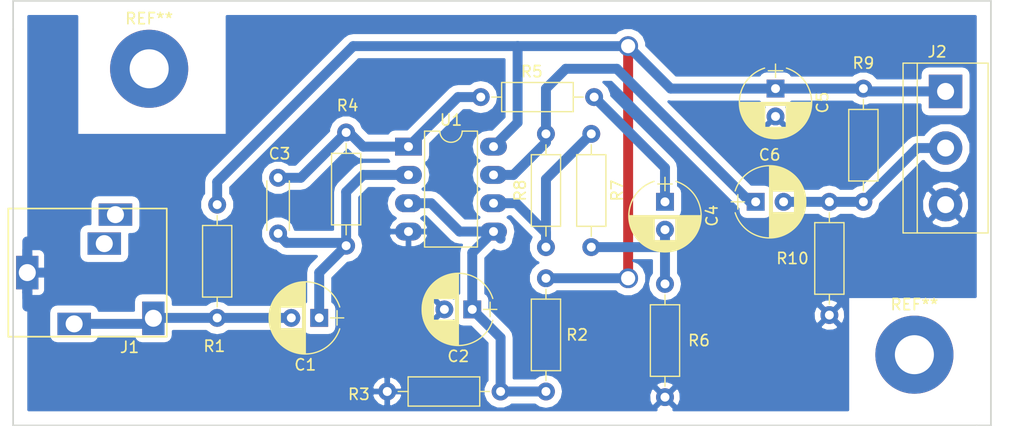
<source format=kicad_pcb>
(kicad_pcb (version 4) (host pcbnew 4.0.6-e0-6349~53~ubuntu16.04.1)

  (general
    (links 35)
    (no_connects 0)
    (area 96.10432 72.314999 188.911286 110.565001)
    (thickness 1.6)
    (drawings 6)
    (tracks 78)
    (zones 0)
    (modules 21)
    (nets 14)
  )

  (page A4)
  (layers
    (0 F.Cu signal)
    (31 B.Cu signal)
    (32 B.Adhes user)
    (33 F.Adhes user)
    (34 B.Paste user)
    (35 F.Paste user)
    (36 B.SilkS user)
    (37 F.SilkS user)
    (38 B.Mask user)
    (39 F.Mask user)
    (40 Dwgs.User user)
    (41 Cmts.User user)
    (42 Eco1.User user)
    (43 Eco2.User user)
    (44 Edge.Cuts user)
    (45 Margin user)
    (46 B.CrtYd user)
    (47 F.CrtYd user)
    (48 B.Fab user)
    (49 F.Fab user)
  )

  (setup
    (last_trace_width 0.889)
    (user_trace_width 8.89)
    (user_trace_width 12.7)
    (trace_clearance 0.635)
    (zone_clearance 0.508)
    (zone_45_only yes)
    (trace_min 0.381)
    (segment_width 0.2)
    (edge_width 0.15)
    (via_size 1.778)
    (via_drill 1.27)
    (via_min_size 1.016)
    (via_min_drill 0.762)
    (user_via 1.778 1.27)
    (user_via 2.54 1.778)
    (uvia_size 0.3)
    (uvia_drill 0.1)
    (uvias_allowed no)
    (uvia_min_size 0)
    (uvia_min_drill 0)
    (pcb_text_width 0.3)
    (pcb_text_size 1.5 1.5)
    (mod_edge_width 0.15)
    (mod_text_size 1 1)
    (mod_text_width 0.15)
    (pad_size 4.064 4.064)
    (pad_drill 0)
    (pad_to_mask_clearance 0.2)
    (aux_axis_origin 0 0)
    (visible_elements FFFFFF7F)
    (pcbplotparams
      (layerselection 0x01000_80000000)
      (usegerberextensions false)
      (excludeedgelayer false)
      (linewidth 0.100000)
      (plotframeref false)
      (viasonmask false)
      (mode 1)
      (useauxorigin false)
      (hpglpennumber 1)
      (hpglpenspeed 20)
      (hpglpendiameter 15)
      (hpglpenoverlay 2)
      (psnegative false)
      (psa4output false)
      (plotreference true)
      (plotvalue false)
      (plotinvisibletext false)
      (padsonsilk true)
      (subtractmaskfromsilk false)
      (outputformat 1)
      (mirror false)
      (drillshape 0)
      (scaleselection 1)
      (outputdirectory Gerber/))
  )

  (net 0 "")
  (net 1 "Net-(C1-Pad1)")
  (net 2 /Voff)
  (net 3 GND)
  (net 4 "Net-(C3-Pad1)")
  (net 5 "Net-(C4-Pad1)")
  (net 6 /Vout)
  (net 7 "Net-(J1-Pad3)")
  (net 8 "Net-(J1-Pad2)")
  (net 9 /Vin)
  (net 10 /Vpre)
  (net 11 +12V)
  (net 12 "Net-(C6-Pad1)")
  (net 13 "Net-(R7-Pad1)")

  (net_class Default "This is the default net class."
    (clearance 0.635)
    (trace_width 0.889)
    (via_dia 1.778)
    (via_drill 1.27)
    (uvia_dia 0.3)
    (uvia_drill 0.1)
    (add_net +12V)
    (add_net /Vin)
    (add_net /Voff)
    (add_net /Vout)
    (add_net /Vpre)
    (add_net GND)
    (add_net "Net-(C1-Pad1)")
    (add_net "Net-(C3-Pad1)")
    (add_net "Net-(C4-Pad1)")
    (add_net "Net-(C6-Pad1)")
    (add_net "Net-(J1-Pad2)")
    (add_net "Net-(J1-Pad3)")
    (add_net "Net-(R7-Pad1)")
  )

  (module Capacitors_THT:C_Disc_D4.3mm_W1.9mm_P5.00mm (layer F.Cu) (tedit 58DE9855) (tstamp 58DE8EB8)
    (at 121.539 88.265 270)
    (descr "C, Disc series, Radial, pin pitch=5.00mm, , diameter*width=4.3*1.9mm^2, Capacitor, http://www.vishay.com/docs/45233/krseries.pdf")
    (tags "C Disc series Radial pin pitch 5.00mm  diameter 4.3mm width 1.9mm Capacitor")
    (path /58DB801F)
    (fp_text reference C3 (at -2.159 -0.127 360) (layer F.SilkS)
      (effects (font (size 1 1) (thickness 0.15)))
    )
    (fp_text value 10pF (at 2.5 2.01 270) (layer F.Fab)
      (effects (font (size 1 1) (thickness 0.15)))
    )
    (fp_line (start 0.35 -0.95) (end 0.35 0.95) (layer F.Fab) (width 0.1))
    (fp_line (start 0.35 0.95) (end 4.65 0.95) (layer F.Fab) (width 0.1))
    (fp_line (start 4.65 0.95) (end 4.65 -0.95) (layer F.Fab) (width 0.1))
    (fp_line (start 4.65 -0.95) (end 0.35 -0.95) (layer F.Fab) (width 0.1))
    (fp_line (start 0.29 -1.01) (end 4.71 -1.01) (layer F.SilkS) (width 0.12))
    (fp_line (start 0.29 1.01) (end 4.71 1.01) (layer F.SilkS) (width 0.12))
    (fp_line (start 0.29 -1.01) (end 0.29 -0.996) (layer F.SilkS) (width 0.12))
    (fp_line (start 0.29 0.996) (end 0.29 1.01) (layer F.SilkS) (width 0.12))
    (fp_line (start 4.71 -1.01) (end 4.71 -0.996) (layer F.SilkS) (width 0.12))
    (fp_line (start 4.71 0.996) (end 4.71 1.01) (layer F.SilkS) (width 0.12))
    (fp_line (start -1.05 -1.3) (end -1.05 1.3) (layer F.CrtYd) (width 0.05))
    (fp_line (start -1.05 1.3) (end 6.05 1.3) (layer F.CrtYd) (width 0.05))
    (fp_line (start 6.05 1.3) (end 6.05 -1.3) (layer F.CrtYd) (width 0.05))
    (fp_line (start 6.05 -1.3) (end -1.05 -1.3) (layer F.CrtYd) (width 0.05))
    (pad 1 thru_hole circle (at 0 0 270) (size 1.6 1.6) (drill 0.8) (layers *.Cu *.Mask)
      (net 4 "Net-(C3-Pad1)"))
    (pad 2 thru_hole circle (at 5 0 270) (size 1.6 1.6) (drill 0.8) (layers *.Cu *.Mask)
      (net 1 "Net-(C1-Pad1)"))
    (model Capacitors_THT.3dshapes/C_Disc_D4.3mm_W1.9mm_P5.00mm.wrl
      (at (xyz 0 0 0))
      (scale (xyz 0.393701 0.393701 0.393701))
      (rotate (xyz 0 0 0))
    )
  )

  (module Connectors:bornier3 (layer F.Cu) (tedit 58DE9831) (tstamp 58DE8EDA)
    (at 181.356 80.518 270)
    (descr "Bornier d'alimentation 3 pins")
    (tags DEV)
    (path /58DB9855)
    (fp_text reference J2 (at -3.556 0.762 360) (layer F.SilkS)
      (effects (font (size 1 1) (thickness 0.15)))
    )
    (fp_text value CONN_01X03 (at 5.08 5.08 270) (layer F.Fab)
      (effects (font (size 1 1) (thickness 0.15)))
    )
    (fp_line (start -2.47 2.55) (end 12.63 2.55) (layer F.Fab) (width 0.1))
    (fp_line (start -2.47 -3.75) (end 12.63 -3.75) (layer F.Fab) (width 0.1))
    (fp_line (start 12.63 -3.75) (end 12.63 3.75) (layer F.Fab) (width 0.1))
    (fp_line (start 12.63 3.75) (end -2.47 3.75) (layer F.Fab) (width 0.1))
    (fp_line (start -2.47 3.75) (end -2.47 -3.75) (layer F.Fab) (width 0.1))
    (fp_line (start -2.54 3.81) (end -2.54 -3.81) (layer F.SilkS) (width 0.12))
    (fp_line (start 12.7 3.81) (end 12.7 -3.81) (layer F.SilkS) (width 0.12))
    (fp_line (start -2.54 2.54) (end 12.7 2.54) (layer F.SilkS) (width 0.12))
    (fp_line (start -2.54 -3.81) (end 12.7 -3.81) (layer F.SilkS) (width 0.12))
    (fp_line (start -2.54 3.81) (end 12.7 3.81) (layer F.SilkS) (width 0.12))
    (fp_line (start -2.72 -4) (end 12.88 -4) (layer F.CrtYd) (width 0.05))
    (fp_line (start -2.72 -4) (end -2.72 4) (layer F.CrtYd) (width 0.05))
    (fp_line (start 12.88 4) (end 12.88 -4) (layer F.CrtYd) (width 0.05))
    (fp_line (start 12.88 4) (end -2.72 4) (layer F.CrtYd) (width 0.05))
    (pad 1 thru_hole rect (at 0 0 270) (size 3 3) (drill 1.52) (layers *.Cu *.Mask)
      (net 11 +12V))
    (pad 2 thru_hole circle (at 5.08 0 270) (size 3 3) (drill 1.52) (layers *.Cu *.Mask)
      (net 6 /Vout))
    (pad 3 thru_hole circle (at 10.16 0 270) (size 3 3) (drill 1.52) (layers *.Cu *.Mask)
      (net 3 GND))
    (model Connectors.3dshapes/bornier3.wrl
      (at (xyz 0 0 0))
      (scale (xyz 1 1 1))
      (rotate (xyz 0 0 0))
    )
  )

  (module Resistors_THT:R_Axial_DIN0207_L6.3mm_D2.5mm_P10.16mm_Horizontal (layer F.Cu) (tedit 58DE985A) (tstamp 58DE8EE0)
    (at 116.078 90.678 270)
    (descr "Resistor, Axial_DIN0207 series, Axial, Horizontal, pin pitch=10.16mm, 0.25W = 1/4W, length*diameter=6.3*2.5mm^2, http://cdn-reichelt.de/documents/datenblatt/B400/1_4W%23YAG.pdf")
    (tags "Resistor Axial_DIN0207 series Axial Horizontal pin pitch 10.16mm 0.25W = 1/4W length 6.3mm diameter 2.5mm")
    (path /58DB599C)
    (fp_text reference R1 (at 12.7 0.254 360) (layer F.SilkS)
      (effects (font (size 1 1) (thickness 0.15)))
    )
    (fp_text value 10K (at 5.08 2.31 270) (layer F.Fab)
      (effects (font (size 1 1) (thickness 0.15)))
    )
    (fp_line (start 1.93 -1.25) (end 1.93 1.25) (layer F.Fab) (width 0.1))
    (fp_line (start 1.93 1.25) (end 8.23 1.25) (layer F.Fab) (width 0.1))
    (fp_line (start 8.23 1.25) (end 8.23 -1.25) (layer F.Fab) (width 0.1))
    (fp_line (start 8.23 -1.25) (end 1.93 -1.25) (layer F.Fab) (width 0.1))
    (fp_line (start 0 0) (end 1.93 0) (layer F.Fab) (width 0.1))
    (fp_line (start 10.16 0) (end 8.23 0) (layer F.Fab) (width 0.1))
    (fp_line (start 1.87 -1.31) (end 1.87 1.31) (layer F.SilkS) (width 0.12))
    (fp_line (start 1.87 1.31) (end 8.29 1.31) (layer F.SilkS) (width 0.12))
    (fp_line (start 8.29 1.31) (end 8.29 -1.31) (layer F.SilkS) (width 0.12))
    (fp_line (start 8.29 -1.31) (end 1.87 -1.31) (layer F.SilkS) (width 0.12))
    (fp_line (start 0.98 0) (end 1.87 0) (layer F.SilkS) (width 0.12))
    (fp_line (start 9.18 0) (end 8.29 0) (layer F.SilkS) (width 0.12))
    (fp_line (start -1.05 -1.6) (end -1.05 1.6) (layer F.CrtYd) (width 0.05))
    (fp_line (start -1.05 1.6) (end 11.25 1.6) (layer F.CrtYd) (width 0.05))
    (fp_line (start 11.25 1.6) (end 11.25 -1.6) (layer F.CrtYd) (width 0.05))
    (fp_line (start 11.25 -1.6) (end -1.05 -1.6) (layer F.CrtYd) (width 0.05))
    (pad 1 thru_hole circle (at 0 0 270) (size 1.6 1.6) (drill 0.8) (layers *.Cu *.Mask)
      (net 11 +12V))
    (pad 2 thru_hole oval (at 10.16 0 270) (size 1.6 1.6) (drill 0.8) (layers *.Cu *.Mask)
      (net 9 /Vin))
    (model Resistors_THT.3dshapes/R_Axial_DIN0207_L6.3mm_D2.5mm_P10.16mm_Horizontal.wrl
      (at (xyz 0 0 0))
      (scale (xyz 0.393701 0.393701 0.393701))
      (rotate (xyz 0 0 0))
    )
  )

  (module Resistors_THT:R_Axial_DIN0207_L6.3mm_D2.5mm_P10.16mm_Horizontal (layer F.Cu) (tedit 58DE9840) (tstamp 58DE8EE6)
    (at 145.542 97.282 270)
    (descr "Resistor, Axial_DIN0207 series, Axial, Horizontal, pin pitch=10.16mm, 0.25W = 1/4W, length*diameter=6.3*2.5mm^2, http://cdn-reichelt.de/documents/datenblatt/B400/1_4W%23YAG.pdf")
    (tags "Resistor Axial_DIN0207 series Axial Horizontal pin pitch 10.16mm 0.25W = 1/4W length 6.3mm diameter 2.5mm")
    (path /58DB209C)
    (fp_text reference R2 (at 5.08 -2.794 360) (layer F.SilkS)
      (effects (font (size 1 1) (thickness 0.15)))
    )
    (fp_text value 10K (at 5.08 2.31 270) (layer F.Fab)
      (effects (font (size 1 1) (thickness 0.15)))
    )
    (fp_line (start 1.93 -1.25) (end 1.93 1.25) (layer F.Fab) (width 0.1))
    (fp_line (start 1.93 1.25) (end 8.23 1.25) (layer F.Fab) (width 0.1))
    (fp_line (start 8.23 1.25) (end 8.23 -1.25) (layer F.Fab) (width 0.1))
    (fp_line (start 8.23 -1.25) (end 1.93 -1.25) (layer F.Fab) (width 0.1))
    (fp_line (start 0 0) (end 1.93 0) (layer F.Fab) (width 0.1))
    (fp_line (start 10.16 0) (end 8.23 0) (layer F.Fab) (width 0.1))
    (fp_line (start 1.87 -1.31) (end 1.87 1.31) (layer F.SilkS) (width 0.12))
    (fp_line (start 1.87 1.31) (end 8.29 1.31) (layer F.SilkS) (width 0.12))
    (fp_line (start 8.29 1.31) (end 8.29 -1.31) (layer F.SilkS) (width 0.12))
    (fp_line (start 8.29 -1.31) (end 1.87 -1.31) (layer F.SilkS) (width 0.12))
    (fp_line (start 0.98 0) (end 1.87 0) (layer F.SilkS) (width 0.12))
    (fp_line (start 9.18 0) (end 8.29 0) (layer F.SilkS) (width 0.12))
    (fp_line (start -1.05 -1.6) (end -1.05 1.6) (layer F.CrtYd) (width 0.05))
    (fp_line (start -1.05 1.6) (end 11.25 1.6) (layer F.CrtYd) (width 0.05))
    (fp_line (start 11.25 1.6) (end 11.25 -1.6) (layer F.CrtYd) (width 0.05))
    (fp_line (start 11.25 -1.6) (end -1.05 -1.6) (layer F.CrtYd) (width 0.05))
    (pad 1 thru_hole circle (at 0 0 270) (size 1.6 1.6) (drill 0.8) (layers *.Cu *.Mask)
      (net 11 +12V))
    (pad 2 thru_hole oval (at 10.16 0 270) (size 1.6 1.6) (drill 0.8) (layers *.Cu *.Mask)
      (net 2 /Voff))
    (model Resistors_THT.3dshapes/R_Axial_DIN0207_L6.3mm_D2.5mm_P10.16mm_Horizontal.wrl
      (at (xyz 0 0 0))
      (scale (xyz 0.393701 0.393701 0.393701))
      (rotate (xyz 0 0 0))
    )
  )

  (module Resistors_THT:R_Axial_DIN0207_L6.3mm_D2.5mm_P10.16mm_Horizontal (layer F.Cu) (tedit 58DE9809) (tstamp 58DE8EEC)
    (at 141.478 107.442 180)
    (descr "Resistor, Axial_DIN0207 series, Axial, Horizontal, pin pitch=10.16mm, 0.25W = 1/4W, length*diameter=6.3*2.5mm^2, http://cdn-reichelt.de/documents/datenblatt/B400/1_4W%23YAG.pdf")
    (tags "Resistor Axial_DIN0207 series Axial Horizontal pin pitch 10.16mm 0.25W = 1/4W length 6.3mm diameter 2.5mm")
    (path /58DB21A2)
    (fp_text reference R3 (at 12.7 -0.254 180) (layer F.SilkS)
      (effects (font (size 1 1) (thickness 0.15)))
    )
    (fp_text value 10K (at 5.08 2.31 180) (layer F.Fab)
      (effects (font (size 1 1) (thickness 0.15)))
    )
    (fp_line (start 1.93 -1.25) (end 1.93 1.25) (layer F.Fab) (width 0.1))
    (fp_line (start 1.93 1.25) (end 8.23 1.25) (layer F.Fab) (width 0.1))
    (fp_line (start 8.23 1.25) (end 8.23 -1.25) (layer F.Fab) (width 0.1))
    (fp_line (start 8.23 -1.25) (end 1.93 -1.25) (layer F.Fab) (width 0.1))
    (fp_line (start 0 0) (end 1.93 0) (layer F.Fab) (width 0.1))
    (fp_line (start 10.16 0) (end 8.23 0) (layer F.Fab) (width 0.1))
    (fp_line (start 1.87 -1.31) (end 1.87 1.31) (layer F.SilkS) (width 0.12))
    (fp_line (start 1.87 1.31) (end 8.29 1.31) (layer F.SilkS) (width 0.12))
    (fp_line (start 8.29 1.31) (end 8.29 -1.31) (layer F.SilkS) (width 0.12))
    (fp_line (start 8.29 -1.31) (end 1.87 -1.31) (layer F.SilkS) (width 0.12))
    (fp_line (start 0.98 0) (end 1.87 0) (layer F.SilkS) (width 0.12))
    (fp_line (start 9.18 0) (end 8.29 0) (layer F.SilkS) (width 0.12))
    (fp_line (start -1.05 -1.6) (end -1.05 1.6) (layer F.CrtYd) (width 0.05))
    (fp_line (start -1.05 1.6) (end 11.25 1.6) (layer F.CrtYd) (width 0.05))
    (fp_line (start 11.25 1.6) (end 11.25 -1.6) (layer F.CrtYd) (width 0.05))
    (fp_line (start 11.25 -1.6) (end -1.05 -1.6) (layer F.CrtYd) (width 0.05))
    (pad 1 thru_hole circle (at 0 0 180) (size 1.6 1.6) (drill 0.8) (layers *.Cu *.Mask)
      (net 2 /Voff))
    (pad 2 thru_hole oval (at 10.16 0 180) (size 1.6 1.6) (drill 0.8) (layers *.Cu *.Mask)
      (net 3 GND))
    (model Resistors_THT.3dshapes/R_Axial_DIN0207_L6.3mm_D2.5mm_P10.16mm_Horizontal.wrl
      (at (xyz 0 0 0))
      (scale (xyz 0.393701 0.393701 0.393701))
      (rotate (xyz 0 0 0))
    )
  )

  (module Resistors_THT:R_Axial_DIN0207_L6.3mm_D2.5mm_P10.16mm_Horizontal (layer F.Cu) (tedit 58DE9852) (tstamp 58DE8EF2)
    (at 127.635 84.201 270)
    (descr "Resistor, Axial_DIN0207 series, Axial, Horizontal, pin pitch=10.16mm, 0.25W = 1/4W, length*diameter=6.3*2.5mm^2, http://cdn-reichelt.de/documents/datenblatt/B400/1_4W%23YAG.pdf")
    (tags "Resistor Axial_DIN0207 series Axial Horizontal pin pitch 10.16mm 0.25W = 1/4W length 6.3mm diameter 2.5mm")
    (path /58DB799D)
    (fp_text reference R4 (at -2.413 -0.127 360) (layer F.SilkS)
      (effects (font (size 1 1) (thickness 0.15)))
    )
    (fp_text value 68K (at 5.08 2.31 270) (layer F.Fab)
      (effects (font (size 1 1) (thickness 0.15)))
    )
    (fp_line (start 1.93 -1.25) (end 1.93 1.25) (layer F.Fab) (width 0.1))
    (fp_line (start 1.93 1.25) (end 8.23 1.25) (layer F.Fab) (width 0.1))
    (fp_line (start 8.23 1.25) (end 8.23 -1.25) (layer F.Fab) (width 0.1))
    (fp_line (start 8.23 -1.25) (end 1.93 -1.25) (layer F.Fab) (width 0.1))
    (fp_line (start 0 0) (end 1.93 0) (layer F.Fab) (width 0.1))
    (fp_line (start 10.16 0) (end 8.23 0) (layer F.Fab) (width 0.1))
    (fp_line (start 1.87 -1.31) (end 1.87 1.31) (layer F.SilkS) (width 0.12))
    (fp_line (start 1.87 1.31) (end 8.29 1.31) (layer F.SilkS) (width 0.12))
    (fp_line (start 8.29 1.31) (end 8.29 -1.31) (layer F.SilkS) (width 0.12))
    (fp_line (start 8.29 -1.31) (end 1.87 -1.31) (layer F.SilkS) (width 0.12))
    (fp_line (start 0.98 0) (end 1.87 0) (layer F.SilkS) (width 0.12))
    (fp_line (start 9.18 0) (end 8.29 0) (layer F.SilkS) (width 0.12))
    (fp_line (start -1.05 -1.6) (end -1.05 1.6) (layer F.CrtYd) (width 0.05))
    (fp_line (start -1.05 1.6) (end 11.25 1.6) (layer F.CrtYd) (width 0.05))
    (fp_line (start 11.25 1.6) (end 11.25 -1.6) (layer F.CrtYd) (width 0.05))
    (fp_line (start 11.25 -1.6) (end -1.05 -1.6) (layer F.CrtYd) (width 0.05))
    (pad 1 thru_hole circle (at 0 0 270) (size 1.6 1.6) (drill 0.8) (layers *.Cu *.Mask)
      (net 4 "Net-(C3-Pad1)"))
    (pad 2 thru_hole oval (at 10.16 0 270) (size 1.6 1.6) (drill 0.8) (layers *.Cu *.Mask)
      (net 1 "Net-(C1-Pad1)"))
    (model Resistors_THT.3dshapes/R_Axial_DIN0207_L6.3mm_D2.5mm_P10.16mm_Horizontal.wrl
      (at (xyz 0 0 0))
      (scale (xyz 0.393701 0.393701 0.393701))
      (rotate (xyz 0 0 0))
    )
  )

  (module Resistors_THT:R_Axial_DIN0207_L6.3mm_D2.5mm_P10.16mm_Horizontal (layer F.Cu) (tedit 58DE981B) (tstamp 58DE8EF8)
    (at 149.86 81.026 180)
    (descr "Resistor, Axial_DIN0207 series, Axial, Horizontal, pin pitch=10.16mm, 0.25W = 1/4W, length*diameter=6.3*2.5mm^2, http://cdn-reichelt.de/documents/datenblatt/B400/1_4W%23YAG.pdf")
    (tags "Resistor Axial_DIN0207 series Axial Horizontal pin pitch 10.16mm 0.25W = 1/4W length 6.3mm diameter 2.5mm")
    (path /58DB1860)
    (fp_text reference R5 (at 5.588 2.286 180) (layer F.SilkS)
      (effects (font (size 1 1) (thickness 0.15)))
    )
    (fp_text value 47 (at 5.08 2.31 180) (layer F.Fab)
      (effects (font (size 1 1) (thickness 0.15)))
    )
    (fp_line (start 1.93 -1.25) (end 1.93 1.25) (layer F.Fab) (width 0.1))
    (fp_line (start 1.93 1.25) (end 8.23 1.25) (layer F.Fab) (width 0.1))
    (fp_line (start 8.23 1.25) (end 8.23 -1.25) (layer F.Fab) (width 0.1))
    (fp_line (start 8.23 -1.25) (end 1.93 -1.25) (layer F.Fab) (width 0.1))
    (fp_line (start 0 0) (end 1.93 0) (layer F.Fab) (width 0.1))
    (fp_line (start 10.16 0) (end 8.23 0) (layer F.Fab) (width 0.1))
    (fp_line (start 1.87 -1.31) (end 1.87 1.31) (layer F.SilkS) (width 0.12))
    (fp_line (start 1.87 1.31) (end 8.29 1.31) (layer F.SilkS) (width 0.12))
    (fp_line (start 8.29 1.31) (end 8.29 -1.31) (layer F.SilkS) (width 0.12))
    (fp_line (start 8.29 -1.31) (end 1.87 -1.31) (layer F.SilkS) (width 0.12))
    (fp_line (start 0.98 0) (end 1.87 0) (layer F.SilkS) (width 0.12))
    (fp_line (start 9.18 0) (end 8.29 0) (layer F.SilkS) (width 0.12))
    (fp_line (start -1.05 -1.6) (end -1.05 1.6) (layer F.CrtYd) (width 0.05))
    (fp_line (start -1.05 1.6) (end 11.25 1.6) (layer F.CrtYd) (width 0.05))
    (fp_line (start 11.25 1.6) (end 11.25 -1.6) (layer F.CrtYd) (width 0.05))
    (fp_line (start 11.25 -1.6) (end -1.05 -1.6) (layer F.CrtYd) (width 0.05))
    (pad 1 thru_hole circle (at 0 0 180) (size 1.6 1.6) (drill 0.8) (layers *.Cu *.Mask)
      (net 5 "Net-(C4-Pad1)"))
    (pad 2 thru_hole oval (at 10.16 0 180) (size 1.6 1.6) (drill 0.8) (layers *.Cu *.Mask)
      (net 4 "Net-(C3-Pad1)"))
    (model Resistors_THT.3dshapes/R_Axial_DIN0207_L6.3mm_D2.5mm_P10.16mm_Horizontal.wrl
      (at (xyz 0 0 0))
      (scale (xyz 0.393701 0.393701 0.393701))
      (rotate (xyz 0 0 0))
    )
  )

  (module Resistors_THT:R_Axial_DIN0207_L6.3mm_D2.5mm_P10.16mm_Horizontal (layer F.Cu) (tedit 58DE9842) (tstamp 58DE8EFE)
    (at 156.21 107.95 90)
    (descr "Resistor, Axial_DIN0207 series, Axial, Horizontal, pin pitch=10.16mm, 0.25W = 1/4W, length*diameter=6.3*2.5mm^2, http://cdn-reichelt.de/documents/datenblatt/B400/1_4W%23YAG.pdf")
    (tags "Resistor Axial_DIN0207 series Axial Horizontal pin pitch 10.16mm 0.25W = 1/4W length 6.3mm diameter 2.5mm")
    (path /58DB9255)
    (fp_text reference R6 (at 5.08 3.048 180) (layer F.SilkS)
      (effects (font (size 1 1) (thickness 0.15)))
    )
    (fp_text value 68K (at 5.08 2.31 90) (layer F.Fab)
      (effects (font (size 1 1) (thickness 0.15)))
    )
    (fp_line (start 1.93 -1.25) (end 1.93 1.25) (layer F.Fab) (width 0.1))
    (fp_line (start 1.93 1.25) (end 8.23 1.25) (layer F.Fab) (width 0.1))
    (fp_line (start 8.23 1.25) (end 8.23 -1.25) (layer F.Fab) (width 0.1))
    (fp_line (start 8.23 -1.25) (end 1.93 -1.25) (layer F.Fab) (width 0.1))
    (fp_line (start 0 0) (end 1.93 0) (layer F.Fab) (width 0.1))
    (fp_line (start 10.16 0) (end 8.23 0) (layer F.Fab) (width 0.1))
    (fp_line (start 1.87 -1.31) (end 1.87 1.31) (layer F.SilkS) (width 0.12))
    (fp_line (start 1.87 1.31) (end 8.29 1.31) (layer F.SilkS) (width 0.12))
    (fp_line (start 8.29 1.31) (end 8.29 -1.31) (layer F.SilkS) (width 0.12))
    (fp_line (start 8.29 -1.31) (end 1.87 -1.31) (layer F.SilkS) (width 0.12))
    (fp_line (start 0.98 0) (end 1.87 0) (layer F.SilkS) (width 0.12))
    (fp_line (start 9.18 0) (end 8.29 0) (layer F.SilkS) (width 0.12))
    (fp_line (start -1.05 -1.6) (end -1.05 1.6) (layer F.CrtYd) (width 0.05))
    (fp_line (start -1.05 1.6) (end 11.25 1.6) (layer F.CrtYd) (width 0.05))
    (fp_line (start 11.25 1.6) (end 11.25 -1.6) (layer F.CrtYd) (width 0.05))
    (fp_line (start 11.25 -1.6) (end -1.05 -1.6) (layer F.CrtYd) (width 0.05))
    (pad 1 thru_hole circle (at 0 0 90) (size 1.6 1.6) (drill 0.8) (layers *.Cu *.Mask)
      (net 3 GND))
    (pad 2 thru_hole oval (at 10.16 0 90) (size 1.6 1.6) (drill 0.8) (layers *.Cu *.Mask)
      (net 10 /Vpre))
    (model Resistors_THT.3dshapes/R_Axial_DIN0207_L6.3mm_D2.5mm_P10.16mm_Horizontal.wrl
      (at (xyz 0 0 0))
      (scale (xyz 0.393701 0.393701 0.393701))
      (rotate (xyz 0 0 0))
    )
  )

  (module Resistors_THT:R_Axial_DIN0207_L6.3mm_D2.5mm_P10.16mm_Horizontal (layer F.Cu) (tedit 5874F706) (tstamp 58DE8F04)
    (at 149.606 84.328 270)
    (descr "Resistor, Axial_DIN0207 series, Axial, Horizontal, pin pitch=10.16mm, 0.25W = 1/4W, length*diameter=6.3*2.5mm^2, http://cdn-reichelt.de/documents/datenblatt/B400/1_4W%23YAG.pdf")
    (tags "Resistor Axial_DIN0207 series Axial Horizontal pin pitch 10.16mm 0.25W = 1/4W length 6.3mm diameter 2.5mm")
    (path /58DED4C1)
    (fp_text reference R7 (at 5.08 -2.31 270) (layer F.SilkS)
      (effects (font (size 1 1) (thickness 0.15)))
    )
    (fp_text value 1.5K (at 5.08 2.31 270) (layer F.Fab)
      (effects (font (size 1 1) (thickness 0.15)))
    )
    (fp_line (start 1.93 -1.25) (end 1.93 1.25) (layer F.Fab) (width 0.1))
    (fp_line (start 1.93 1.25) (end 8.23 1.25) (layer F.Fab) (width 0.1))
    (fp_line (start 8.23 1.25) (end 8.23 -1.25) (layer F.Fab) (width 0.1))
    (fp_line (start 8.23 -1.25) (end 1.93 -1.25) (layer F.Fab) (width 0.1))
    (fp_line (start 0 0) (end 1.93 0) (layer F.Fab) (width 0.1))
    (fp_line (start 10.16 0) (end 8.23 0) (layer F.Fab) (width 0.1))
    (fp_line (start 1.87 -1.31) (end 1.87 1.31) (layer F.SilkS) (width 0.12))
    (fp_line (start 1.87 1.31) (end 8.29 1.31) (layer F.SilkS) (width 0.12))
    (fp_line (start 8.29 1.31) (end 8.29 -1.31) (layer F.SilkS) (width 0.12))
    (fp_line (start 8.29 -1.31) (end 1.87 -1.31) (layer F.SilkS) (width 0.12))
    (fp_line (start 0.98 0) (end 1.87 0) (layer F.SilkS) (width 0.12))
    (fp_line (start 9.18 0) (end 8.29 0) (layer F.SilkS) (width 0.12))
    (fp_line (start -1.05 -1.6) (end -1.05 1.6) (layer F.CrtYd) (width 0.05))
    (fp_line (start -1.05 1.6) (end 11.25 1.6) (layer F.CrtYd) (width 0.05))
    (fp_line (start 11.25 1.6) (end 11.25 -1.6) (layer F.CrtYd) (width 0.05))
    (fp_line (start 11.25 -1.6) (end -1.05 -1.6) (layer F.CrtYd) (width 0.05))
    (pad 1 thru_hole circle (at 0 0 270) (size 1.6 1.6) (drill 0.8) (layers *.Cu *.Mask)
      (net 13 "Net-(R7-Pad1)"))
    (pad 2 thru_hole oval (at 10.16 0 270) (size 1.6 1.6) (drill 0.8) (layers *.Cu *.Mask)
      (net 10 /Vpre))
    (model Resistors_THT.3dshapes/R_Axial_DIN0207_L6.3mm_D2.5mm_P10.16mm_Horizontal.wrl
      (at (xyz 0 0 0))
      (scale (xyz 0.393701 0.393701 0.393701))
      (rotate (xyz 0 0 0))
    )
  )

  (module Resistors_THT:R_Axial_DIN0207_L6.3mm_D2.5mm_P10.16mm_Horizontal (layer F.Cu) (tedit 5874F706) (tstamp 58DE8F0A)
    (at 145.542 94.488 90)
    (descr "Resistor, Axial_DIN0207 series, Axial, Horizontal, pin pitch=10.16mm, 0.25W = 1/4W, length*diameter=6.3*2.5mm^2, http://cdn-reichelt.de/documents/datenblatt/B400/1_4W%23YAG.pdf")
    (tags "Resistor Axial_DIN0207 series Axial Horizontal pin pitch 10.16mm 0.25W = 1/4W length 6.3mm diameter 2.5mm")
    (path /58DF4567)
    (fp_text reference R8 (at 5.08 -2.31 90) (layer F.SilkS)
      (effects (font (size 1 1) (thickness 0.15)))
    )
    (fp_text value 1.5K (at 5.08 2.31 90) (layer F.Fab)
      (effects (font (size 1 1) (thickness 0.15)))
    )
    (fp_line (start 1.93 -1.25) (end 1.93 1.25) (layer F.Fab) (width 0.1))
    (fp_line (start 1.93 1.25) (end 8.23 1.25) (layer F.Fab) (width 0.1))
    (fp_line (start 8.23 1.25) (end 8.23 -1.25) (layer F.Fab) (width 0.1))
    (fp_line (start 8.23 -1.25) (end 1.93 -1.25) (layer F.Fab) (width 0.1))
    (fp_line (start 0 0) (end 1.93 0) (layer F.Fab) (width 0.1))
    (fp_line (start 10.16 0) (end 8.23 0) (layer F.Fab) (width 0.1))
    (fp_line (start 1.87 -1.31) (end 1.87 1.31) (layer F.SilkS) (width 0.12))
    (fp_line (start 1.87 1.31) (end 8.29 1.31) (layer F.SilkS) (width 0.12))
    (fp_line (start 8.29 1.31) (end 8.29 -1.31) (layer F.SilkS) (width 0.12))
    (fp_line (start 8.29 -1.31) (end 1.87 -1.31) (layer F.SilkS) (width 0.12))
    (fp_line (start 0.98 0) (end 1.87 0) (layer F.SilkS) (width 0.12))
    (fp_line (start 9.18 0) (end 8.29 0) (layer F.SilkS) (width 0.12))
    (fp_line (start -1.05 -1.6) (end -1.05 1.6) (layer F.CrtYd) (width 0.05))
    (fp_line (start -1.05 1.6) (end 11.25 1.6) (layer F.CrtYd) (width 0.05))
    (fp_line (start 11.25 1.6) (end 11.25 -1.6) (layer F.CrtYd) (width 0.05))
    (fp_line (start 11.25 -1.6) (end -1.05 -1.6) (layer F.CrtYd) (width 0.05))
    (pad 1 thru_hole circle (at 0 0 90) (size 1.6 1.6) (drill 0.8) (layers *.Cu *.Mask)
      (net 13 "Net-(R7-Pad1)"))
    (pad 2 thru_hole oval (at 10.16 0 90) (size 1.6 1.6) (drill 0.8) (layers *.Cu *.Mask)
      (net 12 "Net-(C6-Pad1)"))
    (model Resistors_THT.3dshapes/R_Axial_DIN0207_L6.3mm_D2.5mm_P10.16mm_Horizontal.wrl
      (at (xyz 0 0 0))
      (scale (xyz 0.393701 0.393701 0.393701))
      (rotate (xyz 0 0 0))
    )
  )

  (module Resistors_THT:R_Axial_DIN0207_L6.3mm_D2.5mm_P10.16mm_Horizontal (layer F.Cu) (tedit 58DE982E) (tstamp 58DE8F10)
    (at 173.99 80.264 270)
    (descr "Resistor, Axial_DIN0207 series, Axial, Horizontal, pin pitch=10.16mm, 0.25W = 1/4W, length*diameter=6.3*2.5mm^2, http://cdn-reichelt.de/documents/datenblatt/B400/1_4W%23YAG.pdf")
    (tags "Resistor Axial_DIN0207 series Axial Horizontal pin pitch 10.16mm 0.25W = 1/4W length 6.3mm diameter 2.5mm")
    (path /58DF71F9)
    (fp_text reference R9 (at -2.286 0 360) (layer F.SilkS)
      (effects (font (size 1 1) (thickness 0.15)))
    )
    (fp_text value 10K (at 5.08 2.31 270) (layer F.Fab)
      (effects (font (size 1 1) (thickness 0.15)))
    )
    (fp_line (start 1.93 -1.25) (end 1.93 1.25) (layer F.Fab) (width 0.1))
    (fp_line (start 1.93 1.25) (end 8.23 1.25) (layer F.Fab) (width 0.1))
    (fp_line (start 8.23 1.25) (end 8.23 -1.25) (layer F.Fab) (width 0.1))
    (fp_line (start 8.23 -1.25) (end 1.93 -1.25) (layer F.Fab) (width 0.1))
    (fp_line (start 0 0) (end 1.93 0) (layer F.Fab) (width 0.1))
    (fp_line (start 10.16 0) (end 8.23 0) (layer F.Fab) (width 0.1))
    (fp_line (start 1.87 -1.31) (end 1.87 1.31) (layer F.SilkS) (width 0.12))
    (fp_line (start 1.87 1.31) (end 8.29 1.31) (layer F.SilkS) (width 0.12))
    (fp_line (start 8.29 1.31) (end 8.29 -1.31) (layer F.SilkS) (width 0.12))
    (fp_line (start 8.29 -1.31) (end 1.87 -1.31) (layer F.SilkS) (width 0.12))
    (fp_line (start 0.98 0) (end 1.87 0) (layer F.SilkS) (width 0.12))
    (fp_line (start 9.18 0) (end 8.29 0) (layer F.SilkS) (width 0.12))
    (fp_line (start -1.05 -1.6) (end -1.05 1.6) (layer F.CrtYd) (width 0.05))
    (fp_line (start -1.05 1.6) (end 11.25 1.6) (layer F.CrtYd) (width 0.05))
    (fp_line (start 11.25 1.6) (end 11.25 -1.6) (layer F.CrtYd) (width 0.05))
    (fp_line (start 11.25 -1.6) (end -1.05 -1.6) (layer F.CrtYd) (width 0.05))
    (pad 1 thru_hole circle (at 0 0 270) (size 1.6 1.6) (drill 0.8) (layers *.Cu *.Mask)
      (net 11 +12V))
    (pad 2 thru_hole oval (at 10.16 0 270) (size 1.6 1.6) (drill 0.8) (layers *.Cu *.Mask)
      (net 6 /Vout))
    (model Resistors_THT.3dshapes/R_Axial_DIN0207_L6.3mm_D2.5mm_P10.16mm_Horizontal.wrl
      (at (xyz 0 0 0))
      (scale (xyz 0.393701 0.393701 0.393701))
      (rotate (xyz 0 0 0))
    )
  )

  (module Resistors_THT:R_Axial_DIN0207_L6.3mm_D2.5mm_P10.16mm_Horizontal (layer F.Cu) (tedit 58DE983C) (tstamp 58DE8F16)
    (at 170.942 100.584 90)
    (descr "Resistor, Axial_DIN0207 series, Axial, Horizontal, pin pitch=10.16mm, 0.25W = 1/4W, length*diameter=6.3*2.5mm^2, http://cdn-reichelt.de/documents/datenblatt/B400/1_4W%23YAG.pdf")
    (tags "Resistor Axial_DIN0207 series Axial Horizontal pin pitch 10.16mm 0.25W = 1/4W length 6.3mm diameter 2.5mm")
    (path /58DF7DE8)
    (fp_text reference R10 (at 5.08 -3.302 180) (layer F.SilkS)
      (effects (font (size 1 1) (thickness 0.15)))
    )
    (fp_text value 1.5K (at 5.08 2.31 90) (layer F.Fab)
      (effects (font (size 1 1) (thickness 0.15)))
    )
    (fp_line (start 1.93 -1.25) (end 1.93 1.25) (layer F.Fab) (width 0.1))
    (fp_line (start 1.93 1.25) (end 8.23 1.25) (layer F.Fab) (width 0.1))
    (fp_line (start 8.23 1.25) (end 8.23 -1.25) (layer F.Fab) (width 0.1))
    (fp_line (start 8.23 -1.25) (end 1.93 -1.25) (layer F.Fab) (width 0.1))
    (fp_line (start 0 0) (end 1.93 0) (layer F.Fab) (width 0.1))
    (fp_line (start 10.16 0) (end 8.23 0) (layer F.Fab) (width 0.1))
    (fp_line (start 1.87 -1.31) (end 1.87 1.31) (layer F.SilkS) (width 0.12))
    (fp_line (start 1.87 1.31) (end 8.29 1.31) (layer F.SilkS) (width 0.12))
    (fp_line (start 8.29 1.31) (end 8.29 -1.31) (layer F.SilkS) (width 0.12))
    (fp_line (start 8.29 -1.31) (end 1.87 -1.31) (layer F.SilkS) (width 0.12))
    (fp_line (start 0.98 0) (end 1.87 0) (layer F.SilkS) (width 0.12))
    (fp_line (start 9.18 0) (end 8.29 0) (layer F.SilkS) (width 0.12))
    (fp_line (start -1.05 -1.6) (end -1.05 1.6) (layer F.CrtYd) (width 0.05))
    (fp_line (start -1.05 1.6) (end 11.25 1.6) (layer F.CrtYd) (width 0.05))
    (fp_line (start 11.25 1.6) (end 11.25 -1.6) (layer F.CrtYd) (width 0.05))
    (fp_line (start 11.25 -1.6) (end -1.05 -1.6) (layer F.CrtYd) (width 0.05))
    (pad 1 thru_hole circle (at 0 0 90) (size 1.6 1.6) (drill 0.8) (layers *.Cu *.Mask)
      (net 3 GND))
    (pad 2 thru_hole oval (at 10.16 0 90) (size 1.6 1.6) (drill 0.8) (layers *.Cu *.Mask)
      (net 6 /Vout))
    (model Resistors_THT.3dshapes/R_Axial_DIN0207_L6.3mm_D2.5mm_P10.16mm_Horizontal.wrl
      (at (xyz 0 0 0))
      (scale (xyz 0.393701 0.393701 0.393701))
      (rotate (xyz 0 0 0))
    )
  )

  (module Housings_DIP:DIP-8_W7.62mm_LongPads (layer F.Cu) (tedit 586281B4) (tstamp 58DE8F22)
    (at 133.223 85.471)
    (descr "8-lead dip package, row spacing 7.62 mm (300 mils), LongPads")
    (tags "DIL DIP PDIP 2.54mm 7.62mm 300mil LongPads")
    (path /58DB174A)
    (fp_text reference U1 (at 3.81 -2.39) (layer F.SilkS)
      (effects (font (size 1 1) (thickness 0.15)))
    )
    (fp_text value TL082 (at 3.81 10.01) (layer F.Fab)
      (effects (font (size 1 1) (thickness 0.15)))
    )
    (fp_arc (start 3.81 -1.39) (end 2.81 -1.39) (angle -180) (layer F.SilkS) (width 0.12))
    (fp_line (start 1.635 -1.27) (end 6.985 -1.27) (layer F.Fab) (width 0.1))
    (fp_line (start 6.985 -1.27) (end 6.985 8.89) (layer F.Fab) (width 0.1))
    (fp_line (start 6.985 8.89) (end 0.635 8.89) (layer F.Fab) (width 0.1))
    (fp_line (start 0.635 8.89) (end 0.635 -0.27) (layer F.Fab) (width 0.1))
    (fp_line (start 0.635 -0.27) (end 1.635 -1.27) (layer F.Fab) (width 0.1))
    (fp_line (start 2.81 -1.39) (end 1.44 -1.39) (layer F.SilkS) (width 0.12))
    (fp_line (start 1.44 -1.39) (end 1.44 9.01) (layer F.SilkS) (width 0.12))
    (fp_line (start 1.44 9.01) (end 6.18 9.01) (layer F.SilkS) (width 0.12))
    (fp_line (start 6.18 9.01) (end 6.18 -1.39) (layer F.SilkS) (width 0.12))
    (fp_line (start 6.18 -1.39) (end 4.81 -1.39) (layer F.SilkS) (width 0.12))
    (fp_line (start -1.5 -1.6) (end -1.5 9.2) (layer F.CrtYd) (width 0.05))
    (fp_line (start -1.5 9.2) (end 9.1 9.2) (layer F.CrtYd) (width 0.05))
    (fp_line (start 9.1 9.2) (end 9.1 -1.6) (layer F.CrtYd) (width 0.05))
    (fp_line (start 9.1 -1.6) (end -1.5 -1.6) (layer F.CrtYd) (width 0.05))
    (pad 1 thru_hole rect (at 0 0) (size 2.4 1.6) (drill 0.8) (layers *.Cu *.Mask)
      (net 4 "Net-(C3-Pad1)"))
    (pad 5 thru_hole oval (at 7.62 7.62) (size 2.4 1.6) (drill 0.8) (layers *.Cu *.Mask)
      (net 2 /Voff))
    (pad 2 thru_hole oval (at 0 2.54) (size 2.4 1.6) (drill 0.8) (layers *.Cu *.Mask)
      (net 1 "Net-(C1-Pad1)"))
    (pad 6 thru_hole oval (at 7.62 5.08) (size 2.4 1.6) (drill 0.8) (layers *.Cu *.Mask)
      (net 13 "Net-(R7-Pad1)"))
    (pad 3 thru_hole oval (at 0 5.08) (size 2.4 1.6) (drill 0.8) (layers *.Cu *.Mask)
      (net 2 /Voff))
    (pad 7 thru_hole oval (at 7.62 2.54) (size 2.4 1.6) (drill 0.8) (layers *.Cu *.Mask)
      (net 12 "Net-(C6-Pad1)"))
    (pad 4 thru_hole oval (at 0 7.62) (size 2.4 1.6) (drill 0.8) (layers *.Cu *.Mask)
      (net 3 GND))
    (pad 8 thru_hole oval (at 7.62 0) (size 2.4 1.6) (drill 0.8) (layers *.Cu *.Mask)
      (net 11 +12V))
    (model Housings_DIP.3dshapes/DIP-8_W7.62mm_LongPads.wrl
      (at (xyz 0 0 0))
      (scale (xyz 1 1 1))
      (rotate (xyz 0 0 0))
    )
  )

  (module Capacitors_THT:CP_Radial_D6.3mm_P2.50mm (layer F.Cu) (tedit 58765D06) (tstamp 58E797EC)
    (at 125.222 100.838 180)
    (descr "CP, Radial series, Radial, pin pitch=2.50mm, , diameter=6.3mm, Electrolytic Capacitor")
    (tags "CP Radial series Radial pin pitch 2.50mm  diameter 6.3mm Electrolytic Capacitor")
    (path /58DB31C6)
    (fp_text reference C1 (at 1.25 -4.21 180) (layer F.SilkS)
      (effects (font (size 1 1) (thickness 0.15)))
    )
    (fp_text value 2.2uF (at 1.25 4.21 180) (layer F.Fab)
      (effects (font (size 1 1) (thickness 0.15)))
    )
    (fp_arc (start 1.25 0) (end -1.838236 -0.98) (angle 144.8) (layer F.SilkS) (width 0.12))
    (fp_arc (start 1.25 0) (end -1.838236 0.98) (angle -144.8) (layer F.SilkS) (width 0.12))
    (fp_arc (start 1.25 0) (end 4.338236 -0.98) (angle 35.2) (layer F.SilkS) (width 0.12))
    (fp_circle (center 1.25 0) (end 4.4 0) (layer F.Fab) (width 0.1))
    (fp_line (start -2.2 0) (end -1 0) (layer F.Fab) (width 0.1))
    (fp_line (start -1.6 -0.65) (end -1.6 0.65) (layer F.Fab) (width 0.1))
    (fp_line (start 1.25 -3.2) (end 1.25 3.2) (layer F.SilkS) (width 0.12))
    (fp_line (start 1.29 -3.2) (end 1.29 3.2) (layer F.SilkS) (width 0.12))
    (fp_line (start 1.33 -3.2) (end 1.33 3.2) (layer F.SilkS) (width 0.12))
    (fp_line (start 1.37 -3.198) (end 1.37 3.198) (layer F.SilkS) (width 0.12))
    (fp_line (start 1.41 -3.197) (end 1.41 3.197) (layer F.SilkS) (width 0.12))
    (fp_line (start 1.45 -3.194) (end 1.45 3.194) (layer F.SilkS) (width 0.12))
    (fp_line (start 1.49 -3.192) (end 1.49 3.192) (layer F.SilkS) (width 0.12))
    (fp_line (start 1.53 -3.188) (end 1.53 -0.98) (layer F.SilkS) (width 0.12))
    (fp_line (start 1.53 0.98) (end 1.53 3.188) (layer F.SilkS) (width 0.12))
    (fp_line (start 1.57 -3.185) (end 1.57 -0.98) (layer F.SilkS) (width 0.12))
    (fp_line (start 1.57 0.98) (end 1.57 3.185) (layer F.SilkS) (width 0.12))
    (fp_line (start 1.61 -3.18) (end 1.61 -0.98) (layer F.SilkS) (width 0.12))
    (fp_line (start 1.61 0.98) (end 1.61 3.18) (layer F.SilkS) (width 0.12))
    (fp_line (start 1.65 -3.176) (end 1.65 -0.98) (layer F.SilkS) (width 0.12))
    (fp_line (start 1.65 0.98) (end 1.65 3.176) (layer F.SilkS) (width 0.12))
    (fp_line (start 1.69 -3.17) (end 1.69 -0.98) (layer F.SilkS) (width 0.12))
    (fp_line (start 1.69 0.98) (end 1.69 3.17) (layer F.SilkS) (width 0.12))
    (fp_line (start 1.73 -3.165) (end 1.73 -0.98) (layer F.SilkS) (width 0.12))
    (fp_line (start 1.73 0.98) (end 1.73 3.165) (layer F.SilkS) (width 0.12))
    (fp_line (start 1.77 -3.158) (end 1.77 -0.98) (layer F.SilkS) (width 0.12))
    (fp_line (start 1.77 0.98) (end 1.77 3.158) (layer F.SilkS) (width 0.12))
    (fp_line (start 1.81 -3.152) (end 1.81 -0.98) (layer F.SilkS) (width 0.12))
    (fp_line (start 1.81 0.98) (end 1.81 3.152) (layer F.SilkS) (width 0.12))
    (fp_line (start 1.85 -3.144) (end 1.85 -0.98) (layer F.SilkS) (width 0.12))
    (fp_line (start 1.85 0.98) (end 1.85 3.144) (layer F.SilkS) (width 0.12))
    (fp_line (start 1.89 -3.137) (end 1.89 -0.98) (layer F.SilkS) (width 0.12))
    (fp_line (start 1.89 0.98) (end 1.89 3.137) (layer F.SilkS) (width 0.12))
    (fp_line (start 1.93 -3.128) (end 1.93 -0.98) (layer F.SilkS) (width 0.12))
    (fp_line (start 1.93 0.98) (end 1.93 3.128) (layer F.SilkS) (width 0.12))
    (fp_line (start 1.971 -3.119) (end 1.971 -0.98) (layer F.SilkS) (width 0.12))
    (fp_line (start 1.971 0.98) (end 1.971 3.119) (layer F.SilkS) (width 0.12))
    (fp_line (start 2.011 -3.11) (end 2.011 -0.98) (layer F.SilkS) (width 0.12))
    (fp_line (start 2.011 0.98) (end 2.011 3.11) (layer F.SilkS) (width 0.12))
    (fp_line (start 2.051 -3.1) (end 2.051 -0.98) (layer F.SilkS) (width 0.12))
    (fp_line (start 2.051 0.98) (end 2.051 3.1) (layer F.SilkS) (width 0.12))
    (fp_line (start 2.091 -3.09) (end 2.091 -0.98) (layer F.SilkS) (width 0.12))
    (fp_line (start 2.091 0.98) (end 2.091 3.09) (layer F.SilkS) (width 0.12))
    (fp_line (start 2.131 -3.079) (end 2.131 -0.98) (layer F.SilkS) (width 0.12))
    (fp_line (start 2.131 0.98) (end 2.131 3.079) (layer F.SilkS) (width 0.12))
    (fp_line (start 2.171 -3.067) (end 2.171 -0.98) (layer F.SilkS) (width 0.12))
    (fp_line (start 2.171 0.98) (end 2.171 3.067) (layer F.SilkS) (width 0.12))
    (fp_line (start 2.211 -3.055) (end 2.211 -0.98) (layer F.SilkS) (width 0.12))
    (fp_line (start 2.211 0.98) (end 2.211 3.055) (layer F.SilkS) (width 0.12))
    (fp_line (start 2.251 -3.042) (end 2.251 -0.98) (layer F.SilkS) (width 0.12))
    (fp_line (start 2.251 0.98) (end 2.251 3.042) (layer F.SilkS) (width 0.12))
    (fp_line (start 2.291 -3.029) (end 2.291 -0.98) (layer F.SilkS) (width 0.12))
    (fp_line (start 2.291 0.98) (end 2.291 3.029) (layer F.SilkS) (width 0.12))
    (fp_line (start 2.331 -3.015) (end 2.331 -0.98) (layer F.SilkS) (width 0.12))
    (fp_line (start 2.331 0.98) (end 2.331 3.015) (layer F.SilkS) (width 0.12))
    (fp_line (start 2.371 -3.001) (end 2.371 -0.98) (layer F.SilkS) (width 0.12))
    (fp_line (start 2.371 0.98) (end 2.371 3.001) (layer F.SilkS) (width 0.12))
    (fp_line (start 2.411 -2.986) (end 2.411 -0.98) (layer F.SilkS) (width 0.12))
    (fp_line (start 2.411 0.98) (end 2.411 2.986) (layer F.SilkS) (width 0.12))
    (fp_line (start 2.451 -2.97) (end 2.451 -0.98) (layer F.SilkS) (width 0.12))
    (fp_line (start 2.451 0.98) (end 2.451 2.97) (layer F.SilkS) (width 0.12))
    (fp_line (start 2.491 -2.954) (end 2.491 -0.98) (layer F.SilkS) (width 0.12))
    (fp_line (start 2.491 0.98) (end 2.491 2.954) (layer F.SilkS) (width 0.12))
    (fp_line (start 2.531 -2.937) (end 2.531 -0.98) (layer F.SilkS) (width 0.12))
    (fp_line (start 2.531 0.98) (end 2.531 2.937) (layer F.SilkS) (width 0.12))
    (fp_line (start 2.571 -2.919) (end 2.571 -0.98) (layer F.SilkS) (width 0.12))
    (fp_line (start 2.571 0.98) (end 2.571 2.919) (layer F.SilkS) (width 0.12))
    (fp_line (start 2.611 -2.901) (end 2.611 -0.98) (layer F.SilkS) (width 0.12))
    (fp_line (start 2.611 0.98) (end 2.611 2.901) (layer F.SilkS) (width 0.12))
    (fp_line (start 2.651 -2.882) (end 2.651 -0.98) (layer F.SilkS) (width 0.12))
    (fp_line (start 2.651 0.98) (end 2.651 2.882) (layer F.SilkS) (width 0.12))
    (fp_line (start 2.691 -2.863) (end 2.691 -0.98) (layer F.SilkS) (width 0.12))
    (fp_line (start 2.691 0.98) (end 2.691 2.863) (layer F.SilkS) (width 0.12))
    (fp_line (start 2.731 -2.843) (end 2.731 -0.98) (layer F.SilkS) (width 0.12))
    (fp_line (start 2.731 0.98) (end 2.731 2.843) (layer F.SilkS) (width 0.12))
    (fp_line (start 2.771 -2.822) (end 2.771 -0.98) (layer F.SilkS) (width 0.12))
    (fp_line (start 2.771 0.98) (end 2.771 2.822) (layer F.SilkS) (width 0.12))
    (fp_line (start 2.811 -2.8) (end 2.811 -0.98) (layer F.SilkS) (width 0.12))
    (fp_line (start 2.811 0.98) (end 2.811 2.8) (layer F.SilkS) (width 0.12))
    (fp_line (start 2.851 -2.778) (end 2.851 -0.98) (layer F.SilkS) (width 0.12))
    (fp_line (start 2.851 0.98) (end 2.851 2.778) (layer F.SilkS) (width 0.12))
    (fp_line (start 2.891 -2.755) (end 2.891 -0.98) (layer F.SilkS) (width 0.12))
    (fp_line (start 2.891 0.98) (end 2.891 2.755) (layer F.SilkS) (width 0.12))
    (fp_line (start 2.931 -2.731) (end 2.931 -0.98) (layer F.SilkS) (width 0.12))
    (fp_line (start 2.931 0.98) (end 2.931 2.731) (layer F.SilkS) (width 0.12))
    (fp_line (start 2.971 -2.706) (end 2.971 -0.98) (layer F.SilkS) (width 0.12))
    (fp_line (start 2.971 0.98) (end 2.971 2.706) (layer F.SilkS) (width 0.12))
    (fp_line (start 3.011 -2.681) (end 3.011 -0.98) (layer F.SilkS) (width 0.12))
    (fp_line (start 3.011 0.98) (end 3.011 2.681) (layer F.SilkS) (width 0.12))
    (fp_line (start 3.051 -2.654) (end 3.051 -0.98) (layer F.SilkS) (width 0.12))
    (fp_line (start 3.051 0.98) (end 3.051 2.654) (layer F.SilkS) (width 0.12))
    (fp_line (start 3.091 -2.627) (end 3.091 -0.98) (layer F.SilkS) (width 0.12))
    (fp_line (start 3.091 0.98) (end 3.091 2.627) (layer F.SilkS) (width 0.12))
    (fp_line (start 3.131 -2.599) (end 3.131 -0.98) (layer F.SilkS) (width 0.12))
    (fp_line (start 3.131 0.98) (end 3.131 2.599) (layer F.SilkS) (width 0.12))
    (fp_line (start 3.171 -2.57) (end 3.171 -0.98) (layer F.SilkS) (width 0.12))
    (fp_line (start 3.171 0.98) (end 3.171 2.57) (layer F.SilkS) (width 0.12))
    (fp_line (start 3.211 -2.54) (end 3.211 -0.98) (layer F.SilkS) (width 0.12))
    (fp_line (start 3.211 0.98) (end 3.211 2.54) (layer F.SilkS) (width 0.12))
    (fp_line (start 3.251 -2.51) (end 3.251 -0.98) (layer F.SilkS) (width 0.12))
    (fp_line (start 3.251 0.98) (end 3.251 2.51) (layer F.SilkS) (width 0.12))
    (fp_line (start 3.291 -2.478) (end 3.291 -0.98) (layer F.SilkS) (width 0.12))
    (fp_line (start 3.291 0.98) (end 3.291 2.478) (layer F.SilkS) (width 0.12))
    (fp_line (start 3.331 -2.445) (end 3.331 -0.98) (layer F.SilkS) (width 0.12))
    (fp_line (start 3.331 0.98) (end 3.331 2.445) (layer F.SilkS) (width 0.12))
    (fp_line (start 3.371 -2.411) (end 3.371 -0.98) (layer F.SilkS) (width 0.12))
    (fp_line (start 3.371 0.98) (end 3.371 2.411) (layer F.SilkS) (width 0.12))
    (fp_line (start 3.411 -2.375) (end 3.411 -0.98) (layer F.SilkS) (width 0.12))
    (fp_line (start 3.411 0.98) (end 3.411 2.375) (layer F.SilkS) (width 0.12))
    (fp_line (start 3.451 -2.339) (end 3.451 -0.98) (layer F.SilkS) (width 0.12))
    (fp_line (start 3.451 0.98) (end 3.451 2.339) (layer F.SilkS) (width 0.12))
    (fp_line (start 3.491 -2.301) (end 3.491 2.301) (layer F.SilkS) (width 0.12))
    (fp_line (start 3.531 -2.262) (end 3.531 2.262) (layer F.SilkS) (width 0.12))
    (fp_line (start 3.571 -2.222) (end 3.571 2.222) (layer F.SilkS) (width 0.12))
    (fp_line (start 3.611 -2.18) (end 3.611 2.18) (layer F.SilkS) (width 0.12))
    (fp_line (start 3.651 -2.137) (end 3.651 2.137) (layer F.SilkS) (width 0.12))
    (fp_line (start 3.691 -2.092) (end 3.691 2.092) (layer F.SilkS) (width 0.12))
    (fp_line (start 3.731 -2.045) (end 3.731 2.045) (layer F.SilkS) (width 0.12))
    (fp_line (start 3.771 -1.997) (end 3.771 1.997) (layer F.SilkS) (width 0.12))
    (fp_line (start 3.811 -1.946) (end 3.811 1.946) (layer F.SilkS) (width 0.12))
    (fp_line (start 3.851 -1.894) (end 3.851 1.894) (layer F.SilkS) (width 0.12))
    (fp_line (start 3.891 -1.839) (end 3.891 1.839) (layer F.SilkS) (width 0.12))
    (fp_line (start 3.931 -1.781) (end 3.931 1.781) (layer F.SilkS) (width 0.12))
    (fp_line (start 3.971 -1.721) (end 3.971 1.721) (layer F.SilkS) (width 0.12))
    (fp_line (start 4.011 -1.658) (end 4.011 1.658) (layer F.SilkS) (width 0.12))
    (fp_line (start 4.051 -1.591) (end 4.051 1.591) (layer F.SilkS) (width 0.12))
    (fp_line (start 4.091 -1.52) (end 4.091 1.52) (layer F.SilkS) (width 0.12))
    (fp_line (start 4.131 -1.445) (end 4.131 1.445) (layer F.SilkS) (width 0.12))
    (fp_line (start 4.171 -1.364) (end 4.171 1.364) (layer F.SilkS) (width 0.12))
    (fp_line (start 4.211 -1.278) (end 4.211 1.278) (layer F.SilkS) (width 0.12))
    (fp_line (start 4.251 -1.184) (end 4.251 1.184) (layer F.SilkS) (width 0.12))
    (fp_line (start 4.291 -1.081) (end 4.291 1.081) (layer F.SilkS) (width 0.12))
    (fp_line (start 4.331 -0.966) (end 4.331 0.966) (layer F.SilkS) (width 0.12))
    (fp_line (start 4.371 -0.834) (end 4.371 0.834) (layer F.SilkS) (width 0.12))
    (fp_line (start 4.411 -0.676) (end 4.411 0.676) (layer F.SilkS) (width 0.12))
    (fp_line (start 4.451 -0.468) (end 4.451 0.468) (layer F.SilkS) (width 0.12))
    (fp_line (start -2.2 0) (end -1 0) (layer F.SilkS) (width 0.12))
    (fp_line (start -1.6 -0.65) (end -1.6 0.65) (layer F.SilkS) (width 0.12))
    (fp_line (start -2.25 -3.5) (end -2.25 3.5) (layer F.CrtYd) (width 0.05))
    (fp_line (start -2.25 3.5) (end 4.75 3.5) (layer F.CrtYd) (width 0.05))
    (fp_line (start 4.75 3.5) (end 4.75 -3.5) (layer F.CrtYd) (width 0.05))
    (fp_line (start 4.75 -3.5) (end -2.25 -3.5) (layer F.CrtYd) (width 0.05))
    (pad 1 thru_hole rect (at 0 0 180) (size 1.6 1.6) (drill 0.8) (layers *.Cu *.Mask)
      (net 1 "Net-(C1-Pad1)"))
    (pad 2 thru_hole circle (at 2.5 0 180) (size 1.6 1.6) (drill 0.8) (layers *.Cu *.Mask)
      (net 9 /Vin))
    (model Capacitors_THT.3dshapes/CP_Radial_D6.3mm_P2.50mm.wrl
      (at (xyz 0 0 0))
      (scale (xyz 0.393701 0.393701 0.393701))
      (rotate (xyz 0 0 0))
    )
  )

  (module Capacitors_THT:CP_Radial_D6.3mm_P2.50mm (layer F.Cu) (tedit 58765D06) (tstamp 58E797F1)
    (at 138.938 100.076 180)
    (descr "CP, Radial series, Radial, pin pitch=2.50mm, , diameter=6.3mm, Electrolytic Capacitor")
    (tags "CP Radial series Radial pin pitch 2.50mm  diameter 6.3mm Electrolytic Capacitor")
    (path /58DBC635)
    (fp_text reference C2 (at 1.25 -4.21 180) (layer F.SilkS)
      (effects (font (size 1 1) (thickness 0.15)))
    )
    (fp_text value 2.2uF (at 1.25 4.21 180) (layer F.Fab)
      (effects (font (size 1 1) (thickness 0.15)))
    )
    (fp_arc (start 1.25 0) (end -1.838236 -0.98) (angle 144.8) (layer F.SilkS) (width 0.12))
    (fp_arc (start 1.25 0) (end -1.838236 0.98) (angle -144.8) (layer F.SilkS) (width 0.12))
    (fp_arc (start 1.25 0) (end 4.338236 -0.98) (angle 35.2) (layer F.SilkS) (width 0.12))
    (fp_circle (center 1.25 0) (end 4.4 0) (layer F.Fab) (width 0.1))
    (fp_line (start -2.2 0) (end -1 0) (layer F.Fab) (width 0.1))
    (fp_line (start -1.6 -0.65) (end -1.6 0.65) (layer F.Fab) (width 0.1))
    (fp_line (start 1.25 -3.2) (end 1.25 3.2) (layer F.SilkS) (width 0.12))
    (fp_line (start 1.29 -3.2) (end 1.29 3.2) (layer F.SilkS) (width 0.12))
    (fp_line (start 1.33 -3.2) (end 1.33 3.2) (layer F.SilkS) (width 0.12))
    (fp_line (start 1.37 -3.198) (end 1.37 3.198) (layer F.SilkS) (width 0.12))
    (fp_line (start 1.41 -3.197) (end 1.41 3.197) (layer F.SilkS) (width 0.12))
    (fp_line (start 1.45 -3.194) (end 1.45 3.194) (layer F.SilkS) (width 0.12))
    (fp_line (start 1.49 -3.192) (end 1.49 3.192) (layer F.SilkS) (width 0.12))
    (fp_line (start 1.53 -3.188) (end 1.53 -0.98) (layer F.SilkS) (width 0.12))
    (fp_line (start 1.53 0.98) (end 1.53 3.188) (layer F.SilkS) (width 0.12))
    (fp_line (start 1.57 -3.185) (end 1.57 -0.98) (layer F.SilkS) (width 0.12))
    (fp_line (start 1.57 0.98) (end 1.57 3.185) (layer F.SilkS) (width 0.12))
    (fp_line (start 1.61 -3.18) (end 1.61 -0.98) (layer F.SilkS) (width 0.12))
    (fp_line (start 1.61 0.98) (end 1.61 3.18) (layer F.SilkS) (width 0.12))
    (fp_line (start 1.65 -3.176) (end 1.65 -0.98) (layer F.SilkS) (width 0.12))
    (fp_line (start 1.65 0.98) (end 1.65 3.176) (layer F.SilkS) (width 0.12))
    (fp_line (start 1.69 -3.17) (end 1.69 -0.98) (layer F.SilkS) (width 0.12))
    (fp_line (start 1.69 0.98) (end 1.69 3.17) (layer F.SilkS) (width 0.12))
    (fp_line (start 1.73 -3.165) (end 1.73 -0.98) (layer F.SilkS) (width 0.12))
    (fp_line (start 1.73 0.98) (end 1.73 3.165) (layer F.SilkS) (width 0.12))
    (fp_line (start 1.77 -3.158) (end 1.77 -0.98) (layer F.SilkS) (width 0.12))
    (fp_line (start 1.77 0.98) (end 1.77 3.158) (layer F.SilkS) (width 0.12))
    (fp_line (start 1.81 -3.152) (end 1.81 -0.98) (layer F.SilkS) (width 0.12))
    (fp_line (start 1.81 0.98) (end 1.81 3.152) (layer F.SilkS) (width 0.12))
    (fp_line (start 1.85 -3.144) (end 1.85 -0.98) (layer F.SilkS) (width 0.12))
    (fp_line (start 1.85 0.98) (end 1.85 3.144) (layer F.SilkS) (width 0.12))
    (fp_line (start 1.89 -3.137) (end 1.89 -0.98) (layer F.SilkS) (width 0.12))
    (fp_line (start 1.89 0.98) (end 1.89 3.137) (layer F.SilkS) (width 0.12))
    (fp_line (start 1.93 -3.128) (end 1.93 -0.98) (layer F.SilkS) (width 0.12))
    (fp_line (start 1.93 0.98) (end 1.93 3.128) (layer F.SilkS) (width 0.12))
    (fp_line (start 1.971 -3.119) (end 1.971 -0.98) (layer F.SilkS) (width 0.12))
    (fp_line (start 1.971 0.98) (end 1.971 3.119) (layer F.SilkS) (width 0.12))
    (fp_line (start 2.011 -3.11) (end 2.011 -0.98) (layer F.SilkS) (width 0.12))
    (fp_line (start 2.011 0.98) (end 2.011 3.11) (layer F.SilkS) (width 0.12))
    (fp_line (start 2.051 -3.1) (end 2.051 -0.98) (layer F.SilkS) (width 0.12))
    (fp_line (start 2.051 0.98) (end 2.051 3.1) (layer F.SilkS) (width 0.12))
    (fp_line (start 2.091 -3.09) (end 2.091 -0.98) (layer F.SilkS) (width 0.12))
    (fp_line (start 2.091 0.98) (end 2.091 3.09) (layer F.SilkS) (width 0.12))
    (fp_line (start 2.131 -3.079) (end 2.131 -0.98) (layer F.SilkS) (width 0.12))
    (fp_line (start 2.131 0.98) (end 2.131 3.079) (layer F.SilkS) (width 0.12))
    (fp_line (start 2.171 -3.067) (end 2.171 -0.98) (layer F.SilkS) (width 0.12))
    (fp_line (start 2.171 0.98) (end 2.171 3.067) (layer F.SilkS) (width 0.12))
    (fp_line (start 2.211 -3.055) (end 2.211 -0.98) (layer F.SilkS) (width 0.12))
    (fp_line (start 2.211 0.98) (end 2.211 3.055) (layer F.SilkS) (width 0.12))
    (fp_line (start 2.251 -3.042) (end 2.251 -0.98) (layer F.SilkS) (width 0.12))
    (fp_line (start 2.251 0.98) (end 2.251 3.042) (layer F.SilkS) (width 0.12))
    (fp_line (start 2.291 -3.029) (end 2.291 -0.98) (layer F.SilkS) (width 0.12))
    (fp_line (start 2.291 0.98) (end 2.291 3.029) (layer F.SilkS) (width 0.12))
    (fp_line (start 2.331 -3.015) (end 2.331 -0.98) (layer F.SilkS) (width 0.12))
    (fp_line (start 2.331 0.98) (end 2.331 3.015) (layer F.SilkS) (width 0.12))
    (fp_line (start 2.371 -3.001) (end 2.371 -0.98) (layer F.SilkS) (width 0.12))
    (fp_line (start 2.371 0.98) (end 2.371 3.001) (layer F.SilkS) (width 0.12))
    (fp_line (start 2.411 -2.986) (end 2.411 -0.98) (layer F.SilkS) (width 0.12))
    (fp_line (start 2.411 0.98) (end 2.411 2.986) (layer F.SilkS) (width 0.12))
    (fp_line (start 2.451 -2.97) (end 2.451 -0.98) (layer F.SilkS) (width 0.12))
    (fp_line (start 2.451 0.98) (end 2.451 2.97) (layer F.SilkS) (width 0.12))
    (fp_line (start 2.491 -2.954) (end 2.491 -0.98) (layer F.SilkS) (width 0.12))
    (fp_line (start 2.491 0.98) (end 2.491 2.954) (layer F.SilkS) (width 0.12))
    (fp_line (start 2.531 -2.937) (end 2.531 -0.98) (layer F.SilkS) (width 0.12))
    (fp_line (start 2.531 0.98) (end 2.531 2.937) (layer F.SilkS) (width 0.12))
    (fp_line (start 2.571 -2.919) (end 2.571 -0.98) (layer F.SilkS) (width 0.12))
    (fp_line (start 2.571 0.98) (end 2.571 2.919) (layer F.SilkS) (width 0.12))
    (fp_line (start 2.611 -2.901) (end 2.611 -0.98) (layer F.SilkS) (width 0.12))
    (fp_line (start 2.611 0.98) (end 2.611 2.901) (layer F.SilkS) (width 0.12))
    (fp_line (start 2.651 -2.882) (end 2.651 -0.98) (layer F.SilkS) (width 0.12))
    (fp_line (start 2.651 0.98) (end 2.651 2.882) (layer F.SilkS) (width 0.12))
    (fp_line (start 2.691 -2.863) (end 2.691 -0.98) (layer F.SilkS) (width 0.12))
    (fp_line (start 2.691 0.98) (end 2.691 2.863) (layer F.SilkS) (width 0.12))
    (fp_line (start 2.731 -2.843) (end 2.731 -0.98) (layer F.SilkS) (width 0.12))
    (fp_line (start 2.731 0.98) (end 2.731 2.843) (layer F.SilkS) (width 0.12))
    (fp_line (start 2.771 -2.822) (end 2.771 -0.98) (layer F.SilkS) (width 0.12))
    (fp_line (start 2.771 0.98) (end 2.771 2.822) (layer F.SilkS) (width 0.12))
    (fp_line (start 2.811 -2.8) (end 2.811 -0.98) (layer F.SilkS) (width 0.12))
    (fp_line (start 2.811 0.98) (end 2.811 2.8) (layer F.SilkS) (width 0.12))
    (fp_line (start 2.851 -2.778) (end 2.851 -0.98) (layer F.SilkS) (width 0.12))
    (fp_line (start 2.851 0.98) (end 2.851 2.778) (layer F.SilkS) (width 0.12))
    (fp_line (start 2.891 -2.755) (end 2.891 -0.98) (layer F.SilkS) (width 0.12))
    (fp_line (start 2.891 0.98) (end 2.891 2.755) (layer F.SilkS) (width 0.12))
    (fp_line (start 2.931 -2.731) (end 2.931 -0.98) (layer F.SilkS) (width 0.12))
    (fp_line (start 2.931 0.98) (end 2.931 2.731) (layer F.SilkS) (width 0.12))
    (fp_line (start 2.971 -2.706) (end 2.971 -0.98) (layer F.SilkS) (width 0.12))
    (fp_line (start 2.971 0.98) (end 2.971 2.706) (layer F.SilkS) (width 0.12))
    (fp_line (start 3.011 -2.681) (end 3.011 -0.98) (layer F.SilkS) (width 0.12))
    (fp_line (start 3.011 0.98) (end 3.011 2.681) (layer F.SilkS) (width 0.12))
    (fp_line (start 3.051 -2.654) (end 3.051 -0.98) (layer F.SilkS) (width 0.12))
    (fp_line (start 3.051 0.98) (end 3.051 2.654) (layer F.SilkS) (width 0.12))
    (fp_line (start 3.091 -2.627) (end 3.091 -0.98) (layer F.SilkS) (width 0.12))
    (fp_line (start 3.091 0.98) (end 3.091 2.627) (layer F.SilkS) (width 0.12))
    (fp_line (start 3.131 -2.599) (end 3.131 -0.98) (layer F.SilkS) (width 0.12))
    (fp_line (start 3.131 0.98) (end 3.131 2.599) (layer F.SilkS) (width 0.12))
    (fp_line (start 3.171 -2.57) (end 3.171 -0.98) (layer F.SilkS) (width 0.12))
    (fp_line (start 3.171 0.98) (end 3.171 2.57) (layer F.SilkS) (width 0.12))
    (fp_line (start 3.211 -2.54) (end 3.211 -0.98) (layer F.SilkS) (width 0.12))
    (fp_line (start 3.211 0.98) (end 3.211 2.54) (layer F.SilkS) (width 0.12))
    (fp_line (start 3.251 -2.51) (end 3.251 -0.98) (layer F.SilkS) (width 0.12))
    (fp_line (start 3.251 0.98) (end 3.251 2.51) (layer F.SilkS) (width 0.12))
    (fp_line (start 3.291 -2.478) (end 3.291 -0.98) (layer F.SilkS) (width 0.12))
    (fp_line (start 3.291 0.98) (end 3.291 2.478) (layer F.SilkS) (width 0.12))
    (fp_line (start 3.331 -2.445) (end 3.331 -0.98) (layer F.SilkS) (width 0.12))
    (fp_line (start 3.331 0.98) (end 3.331 2.445) (layer F.SilkS) (width 0.12))
    (fp_line (start 3.371 -2.411) (end 3.371 -0.98) (layer F.SilkS) (width 0.12))
    (fp_line (start 3.371 0.98) (end 3.371 2.411) (layer F.SilkS) (width 0.12))
    (fp_line (start 3.411 -2.375) (end 3.411 -0.98) (layer F.SilkS) (width 0.12))
    (fp_line (start 3.411 0.98) (end 3.411 2.375) (layer F.SilkS) (width 0.12))
    (fp_line (start 3.451 -2.339) (end 3.451 -0.98) (layer F.SilkS) (width 0.12))
    (fp_line (start 3.451 0.98) (end 3.451 2.339) (layer F.SilkS) (width 0.12))
    (fp_line (start 3.491 -2.301) (end 3.491 2.301) (layer F.SilkS) (width 0.12))
    (fp_line (start 3.531 -2.262) (end 3.531 2.262) (layer F.SilkS) (width 0.12))
    (fp_line (start 3.571 -2.222) (end 3.571 2.222) (layer F.SilkS) (width 0.12))
    (fp_line (start 3.611 -2.18) (end 3.611 2.18) (layer F.SilkS) (width 0.12))
    (fp_line (start 3.651 -2.137) (end 3.651 2.137) (layer F.SilkS) (width 0.12))
    (fp_line (start 3.691 -2.092) (end 3.691 2.092) (layer F.SilkS) (width 0.12))
    (fp_line (start 3.731 -2.045) (end 3.731 2.045) (layer F.SilkS) (width 0.12))
    (fp_line (start 3.771 -1.997) (end 3.771 1.997) (layer F.SilkS) (width 0.12))
    (fp_line (start 3.811 -1.946) (end 3.811 1.946) (layer F.SilkS) (width 0.12))
    (fp_line (start 3.851 -1.894) (end 3.851 1.894) (layer F.SilkS) (width 0.12))
    (fp_line (start 3.891 -1.839) (end 3.891 1.839) (layer F.SilkS) (width 0.12))
    (fp_line (start 3.931 -1.781) (end 3.931 1.781) (layer F.SilkS) (width 0.12))
    (fp_line (start 3.971 -1.721) (end 3.971 1.721) (layer F.SilkS) (width 0.12))
    (fp_line (start 4.011 -1.658) (end 4.011 1.658) (layer F.SilkS) (width 0.12))
    (fp_line (start 4.051 -1.591) (end 4.051 1.591) (layer F.SilkS) (width 0.12))
    (fp_line (start 4.091 -1.52) (end 4.091 1.52) (layer F.SilkS) (width 0.12))
    (fp_line (start 4.131 -1.445) (end 4.131 1.445) (layer F.SilkS) (width 0.12))
    (fp_line (start 4.171 -1.364) (end 4.171 1.364) (layer F.SilkS) (width 0.12))
    (fp_line (start 4.211 -1.278) (end 4.211 1.278) (layer F.SilkS) (width 0.12))
    (fp_line (start 4.251 -1.184) (end 4.251 1.184) (layer F.SilkS) (width 0.12))
    (fp_line (start 4.291 -1.081) (end 4.291 1.081) (layer F.SilkS) (width 0.12))
    (fp_line (start 4.331 -0.966) (end 4.331 0.966) (layer F.SilkS) (width 0.12))
    (fp_line (start 4.371 -0.834) (end 4.371 0.834) (layer F.SilkS) (width 0.12))
    (fp_line (start 4.411 -0.676) (end 4.411 0.676) (layer F.SilkS) (width 0.12))
    (fp_line (start 4.451 -0.468) (end 4.451 0.468) (layer F.SilkS) (width 0.12))
    (fp_line (start -2.2 0) (end -1 0) (layer F.SilkS) (width 0.12))
    (fp_line (start -1.6 -0.65) (end -1.6 0.65) (layer F.SilkS) (width 0.12))
    (fp_line (start -2.25 -3.5) (end -2.25 3.5) (layer F.CrtYd) (width 0.05))
    (fp_line (start -2.25 3.5) (end 4.75 3.5) (layer F.CrtYd) (width 0.05))
    (fp_line (start 4.75 3.5) (end 4.75 -3.5) (layer F.CrtYd) (width 0.05))
    (fp_line (start 4.75 -3.5) (end -2.25 -3.5) (layer F.CrtYd) (width 0.05))
    (pad 1 thru_hole rect (at 0 0 180) (size 1.6 1.6) (drill 0.8) (layers *.Cu *.Mask)
      (net 2 /Voff))
    (pad 2 thru_hole circle (at 2.5 0 180) (size 1.6 1.6) (drill 0.8) (layers *.Cu *.Mask)
      (net 3 GND))
    (model Capacitors_THT.3dshapes/CP_Radial_D6.3mm_P2.50mm.wrl
      (at (xyz 0 0 0))
      (scale (xyz 0.393701 0.393701 0.393701))
      (rotate (xyz 0 0 0))
    )
  )

  (module Capacitors_THT:CP_Radial_D6.3mm_P2.50mm (layer F.Cu) (tedit 58765D06) (tstamp 58E797F6)
    (at 156.21 90.424 270)
    (descr "CP, Radial series, Radial, pin pitch=2.50mm, , diameter=6.3mm, Electrolytic Capacitor")
    (tags "CP Radial series Radial pin pitch 2.50mm  diameter 6.3mm Electrolytic Capacitor")
    (path /58DB1926)
    (fp_text reference C4 (at 1.25 -4.21 270) (layer F.SilkS)
      (effects (font (size 1 1) (thickness 0.15)))
    )
    (fp_text value 2.2uF (at 1.25 4.21 270) (layer F.Fab)
      (effects (font (size 1 1) (thickness 0.15)))
    )
    (fp_arc (start 1.25 0) (end -1.838236 -0.98) (angle 144.8) (layer F.SilkS) (width 0.12))
    (fp_arc (start 1.25 0) (end -1.838236 0.98) (angle -144.8) (layer F.SilkS) (width 0.12))
    (fp_arc (start 1.25 0) (end 4.338236 -0.98) (angle 35.2) (layer F.SilkS) (width 0.12))
    (fp_circle (center 1.25 0) (end 4.4 0) (layer F.Fab) (width 0.1))
    (fp_line (start -2.2 0) (end -1 0) (layer F.Fab) (width 0.1))
    (fp_line (start -1.6 -0.65) (end -1.6 0.65) (layer F.Fab) (width 0.1))
    (fp_line (start 1.25 -3.2) (end 1.25 3.2) (layer F.SilkS) (width 0.12))
    (fp_line (start 1.29 -3.2) (end 1.29 3.2) (layer F.SilkS) (width 0.12))
    (fp_line (start 1.33 -3.2) (end 1.33 3.2) (layer F.SilkS) (width 0.12))
    (fp_line (start 1.37 -3.198) (end 1.37 3.198) (layer F.SilkS) (width 0.12))
    (fp_line (start 1.41 -3.197) (end 1.41 3.197) (layer F.SilkS) (width 0.12))
    (fp_line (start 1.45 -3.194) (end 1.45 3.194) (layer F.SilkS) (width 0.12))
    (fp_line (start 1.49 -3.192) (end 1.49 3.192) (layer F.SilkS) (width 0.12))
    (fp_line (start 1.53 -3.188) (end 1.53 -0.98) (layer F.SilkS) (width 0.12))
    (fp_line (start 1.53 0.98) (end 1.53 3.188) (layer F.SilkS) (width 0.12))
    (fp_line (start 1.57 -3.185) (end 1.57 -0.98) (layer F.SilkS) (width 0.12))
    (fp_line (start 1.57 0.98) (end 1.57 3.185) (layer F.SilkS) (width 0.12))
    (fp_line (start 1.61 -3.18) (end 1.61 -0.98) (layer F.SilkS) (width 0.12))
    (fp_line (start 1.61 0.98) (end 1.61 3.18) (layer F.SilkS) (width 0.12))
    (fp_line (start 1.65 -3.176) (end 1.65 -0.98) (layer F.SilkS) (width 0.12))
    (fp_line (start 1.65 0.98) (end 1.65 3.176) (layer F.SilkS) (width 0.12))
    (fp_line (start 1.69 -3.17) (end 1.69 -0.98) (layer F.SilkS) (width 0.12))
    (fp_line (start 1.69 0.98) (end 1.69 3.17) (layer F.SilkS) (width 0.12))
    (fp_line (start 1.73 -3.165) (end 1.73 -0.98) (layer F.SilkS) (width 0.12))
    (fp_line (start 1.73 0.98) (end 1.73 3.165) (layer F.SilkS) (width 0.12))
    (fp_line (start 1.77 -3.158) (end 1.77 -0.98) (layer F.SilkS) (width 0.12))
    (fp_line (start 1.77 0.98) (end 1.77 3.158) (layer F.SilkS) (width 0.12))
    (fp_line (start 1.81 -3.152) (end 1.81 -0.98) (layer F.SilkS) (width 0.12))
    (fp_line (start 1.81 0.98) (end 1.81 3.152) (layer F.SilkS) (width 0.12))
    (fp_line (start 1.85 -3.144) (end 1.85 -0.98) (layer F.SilkS) (width 0.12))
    (fp_line (start 1.85 0.98) (end 1.85 3.144) (layer F.SilkS) (width 0.12))
    (fp_line (start 1.89 -3.137) (end 1.89 -0.98) (layer F.SilkS) (width 0.12))
    (fp_line (start 1.89 0.98) (end 1.89 3.137) (layer F.SilkS) (width 0.12))
    (fp_line (start 1.93 -3.128) (end 1.93 -0.98) (layer F.SilkS) (width 0.12))
    (fp_line (start 1.93 0.98) (end 1.93 3.128) (layer F.SilkS) (width 0.12))
    (fp_line (start 1.971 -3.119) (end 1.971 -0.98) (layer F.SilkS) (width 0.12))
    (fp_line (start 1.971 0.98) (end 1.971 3.119) (layer F.SilkS) (width 0.12))
    (fp_line (start 2.011 -3.11) (end 2.011 -0.98) (layer F.SilkS) (width 0.12))
    (fp_line (start 2.011 0.98) (end 2.011 3.11) (layer F.SilkS) (width 0.12))
    (fp_line (start 2.051 -3.1) (end 2.051 -0.98) (layer F.SilkS) (width 0.12))
    (fp_line (start 2.051 0.98) (end 2.051 3.1) (layer F.SilkS) (width 0.12))
    (fp_line (start 2.091 -3.09) (end 2.091 -0.98) (layer F.SilkS) (width 0.12))
    (fp_line (start 2.091 0.98) (end 2.091 3.09) (layer F.SilkS) (width 0.12))
    (fp_line (start 2.131 -3.079) (end 2.131 -0.98) (layer F.SilkS) (width 0.12))
    (fp_line (start 2.131 0.98) (end 2.131 3.079) (layer F.SilkS) (width 0.12))
    (fp_line (start 2.171 -3.067) (end 2.171 -0.98) (layer F.SilkS) (width 0.12))
    (fp_line (start 2.171 0.98) (end 2.171 3.067) (layer F.SilkS) (width 0.12))
    (fp_line (start 2.211 -3.055) (end 2.211 -0.98) (layer F.SilkS) (width 0.12))
    (fp_line (start 2.211 0.98) (end 2.211 3.055) (layer F.SilkS) (width 0.12))
    (fp_line (start 2.251 -3.042) (end 2.251 -0.98) (layer F.SilkS) (width 0.12))
    (fp_line (start 2.251 0.98) (end 2.251 3.042) (layer F.SilkS) (width 0.12))
    (fp_line (start 2.291 -3.029) (end 2.291 -0.98) (layer F.SilkS) (width 0.12))
    (fp_line (start 2.291 0.98) (end 2.291 3.029) (layer F.SilkS) (width 0.12))
    (fp_line (start 2.331 -3.015) (end 2.331 -0.98) (layer F.SilkS) (width 0.12))
    (fp_line (start 2.331 0.98) (end 2.331 3.015) (layer F.SilkS) (width 0.12))
    (fp_line (start 2.371 -3.001) (end 2.371 -0.98) (layer F.SilkS) (width 0.12))
    (fp_line (start 2.371 0.98) (end 2.371 3.001) (layer F.SilkS) (width 0.12))
    (fp_line (start 2.411 -2.986) (end 2.411 -0.98) (layer F.SilkS) (width 0.12))
    (fp_line (start 2.411 0.98) (end 2.411 2.986) (layer F.SilkS) (width 0.12))
    (fp_line (start 2.451 -2.97) (end 2.451 -0.98) (layer F.SilkS) (width 0.12))
    (fp_line (start 2.451 0.98) (end 2.451 2.97) (layer F.SilkS) (width 0.12))
    (fp_line (start 2.491 -2.954) (end 2.491 -0.98) (layer F.SilkS) (width 0.12))
    (fp_line (start 2.491 0.98) (end 2.491 2.954) (layer F.SilkS) (width 0.12))
    (fp_line (start 2.531 -2.937) (end 2.531 -0.98) (layer F.SilkS) (width 0.12))
    (fp_line (start 2.531 0.98) (end 2.531 2.937) (layer F.SilkS) (width 0.12))
    (fp_line (start 2.571 -2.919) (end 2.571 -0.98) (layer F.SilkS) (width 0.12))
    (fp_line (start 2.571 0.98) (end 2.571 2.919) (layer F.SilkS) (width 0.12))
    (fp_line (start 2.611 -2.901) (end 2.611 -0.98) (layer F.SilkS) (width 0.12))
    (fp_line (start 2.611 0.98) (end 2.611 2.901) (layer F.SilkS) (width 0.12))
    (fp_line (start 2.651 -2.882) (end 2.651 -0.98) (layer F.SilkS) (width 0.12))
    (fp_line (start 2.651 0.98) (end 2.651 2.882) (layer F.SilkS) (width 0.12))
    (fp_line (start 2.691 -2.863) (end 2.691 -0.98) (layer F.SilkS) (width 0.12))
    (fp_line (start 2.691 0.98) (end 2.691 2.863) (layer F.SilkS) (width 0.12))
    (fp_line (start 2.731 -2.843) (end 2.731 -0.98) (layer F.SilkS) (width 0.12))
    (fp_line (start 2.731 0.98) (end 2.731 2.843) (layer F.SilkS) (width 0.12))
    (fp_line (start 2.771 -2.822) (end 2.771 -0.98) (layer F.SilkS) (width 0.12))
    (fp_line (start 2.771 0.98) (end 2.771 2.822) (layer F.SilkS) (width 0.12))
    (fp_line (start 2.811 -2.8) (end 2.811 -0.98) (layer F.SilkS) (width 0.12))
    (fp_line (start 2.811 0.98) (end 2.811 2.8) (layer F.SilkS) (width 0.12))
    (fp_line (start 2.851 -2.778) (end 2.851 -0.98) (layer F.SilkS) (width 0.12))
    (fp_line (start 2.851 0.98) (end 2.851 2.778) (layer F.SilkS) (width 0.12))
    (fp_line (start 2.891 -2.755) (end 2.891 -0.98) (layer F.SilkS) (width 0.12))
    (fp_line (start 2.891 0.98) (end 2.891 2.755) (layer F.SilkS) (width 0.12))
    (fp_line (start 2.931 -2.731) (end 2.931 -0.98) (layer F.SilkS) (width 0.12))
    (fp_line (start 2.931 0.98) (end 2.931 2.731) (layer F.SilkS) (width 0.12))
    (fp_line (start 2.971 -2.706) (end 2.971 -0.98) (layer F.SilkS) (width 0.12))
    (fp_line (start 2.971 0.98) (end 2.971 2.706) (layer F.SilkS) (width 0.12))
    (fp_line (start 3.011 -2.681) (end 3.011 -0.98) (layer F.SilkS) (width 0.12))
    (fp_line (start 3.011 0.98) (end 3.011 2.681) (layer F.SilkS) (width 0.12))
    (fp_line (start 3.051 -2.654) (end 3.051 -0.98) (layer F.SilkS) (width 0.12))
    (fp_line (start 3.051 0.98) (end 3.051 2.654) (layer F.SilkS) (width 0.12))
    (fp_line (start 3.091 -2.627) (end 3.091 -0.98) (layer F.SilkS) (width 0.12))
    (fp_line (start 3.091 0.98) (end 3.091 2.627) (layer F.SilkS) (width 0.12))
    (fp_line (start 3.131 -2.599) (end 3.131 -0.98) (layer F.SilkS) (width 0.12))
    (fp_line (start 3.131 0.98) (end 3.131 2.599) (layer F.SilkS) (width 0.12))
    (fp_line (start 3.171 -2.57) (end 3.171 -0.98) (layer F.SilkS) (width 0.12))
    (fp_line (start 3.171 0.98) (end 3.171 2.57) (layer F.SilkS) (width 0.12))
    (fp_line (start 3.211 -2.54) (end 3.211 -0.98) (layer F.SilkS) (width 0.12))
    (fp_line (start 3.211 0.98) (end 3.211 2.54) (layer F.SilkS) (width 0.12))
    (fp_line (start 3.251 -2.51) (end 3.251 -0.98) (layer F.SilkS) (width 0.12))
    (fp_line (start 3.251 0.98) (end 3.251 2.51) (layer F.SilkS) (width 0.12))
    (fp_line (start 3.291 -2.478) (end 3.291 -0.98) (layer F.SilkS) (width 0.12))
    (fp_line (start 3.291 0.98) (end 3.291 2.478) (layer F.SilkS) (width 0.12))
    (fp_line (start 3.331 -2.445) (end 3.331 -0.98) (layer F.SilkS) (width 0.12))
    (fp_line (start 3.331 0.98) (end 3.331 2.445) (layer F.SilkS) (width 0.12))
    (fp_line (start 3.371 -2.411) (end 3.371 -0.98) (layer F.SilkS) (width 0.12))
    (fp_line (start 3.371 0.98) (end 3.371 2.411) (layer F.SilkS) (width 0.12))
    (fp_line (start 3.411 -2.375) (end 3.411 -0.98) (layer F.SilkS) (width 0.12))
    (fp_line (start 3.411 0.98) (end 3.411 2.375) (layer F.SilkS) (width 0.12))
    (fp_line (start 3.451 -2.339) (end 3.451 -0.98) (layer F.SilkS) (width 0.12))
    (fp_line (start 3.451 0.98) (end 3.451 2.339) (layer F.SilkS) (width 0.12))
    (fp_line (start 3.491 -2.301) (end 3.491 2.301) (layer F.SilkS) (width 0.12))
    (fp_line (start 3.531 -2.262) (end 3.531 2.262) (layer F.SilkS) (width 0.12))
    (fp_line (start 3.571 -2.222) (end 3.571 2.222) (layer F.SilkS) (width 0.12))
    (fp_line (start 3.611 -2.18) (end 3.611 2.18) (layer F.SilkS) (width 0.12))
    (fp_line (start 3.651 -2.137) (end 3.651 2.137) (layer F.SilkS) (width 0.12))
    (fp_line (start 3.691 -2.092) (end 3.691 2.092) (layer F.SilkS) (width 0.12))
    (fp_line (start 3.731 -2.045) (end 3.731 2.045) (layer F.SilkS) (width 0.12))
    (fp_line (start 3.771 -1.997) (end 3.771 1.997) (layer F.SilkS) (width 0.12))
    (fp_line (start 3.811 -1.946) (end 3.811 1.946) (layer F.SilkS) (width 0.12))
    (fp_line (start 3.851 -1.894) (end 3.851 1.894) (layer F.SilkS) (width 0.12))
    (fp_line (start 3.891 -1.839) (end 3.891 1.839) (layer F.SilkS) (width 0.12))
    (fp_line (start 3.931 -1.781) (end 3.931 1.781) (layer F.SilkS) (width 0.12))
    (fp_line (start 3.971 -1.721) (end 3.971 1.721) (layer F.SilkS) (width 0.12))
    (fp_line (start 4.011 -1.658) (end 4.011 1.658) (layer F.SilkS) (width 0.12))
    (fp_line (start 4.051 -1.591) (end 4.051 1.591) (layer F.SilkS) (width 0.12))
    (fp_line (start 4.091 -1.52) (end 4.091 1.52) (layer F.SilkS) (width 0.12))
    (fp_line (start 4.131 -1.445) (end 4.131 1.445) (layer F.SilkS) (width 0.12))
    (fp_line (start 4.171 -1.364) (end 4.171 1.364) (layer F.SilkS) (width 0.12))
    (fp_line (start 4.211 -1.278) (end 4.211 1.278) (layer F.SilkS) (width 0.12))
    (fp_line (start 4.251 -1.184) (end 4.251 1.184) (layer F.SilkS) (width 0.12))
    (fp_line (start 4.291 -1.081) (end 4.291 1.081) (layer F.SilkS) (width 0.12))
    (fp_line (start 4.331 -0.966) (end 4.331 0.966) (layer F.SilkS) (width 0.12))
    (fp_line (start 4.371 -0.834) (end 4.371 0.834) (layer F.SilkS) (width 0.12))
    (fp_line (start 4.411 -0.676) (end 4.411 0.676) (layer F.SilkS) (width 0.12))
    (fp_line (start 4.451 -0.468) (end 4.451 0.468) (layer F.SilkS) (width 0.12))
    (fp_line (start -2.2 0) (end -1 0) (layer F.SilkS) (width 0.12))
    (fp_line (start -1.6 -0.65) (end -1.6 0.65) (layer F.SilkS) (width 0.12))
    (fp_line (start -2.25 -3.5) (end -2.25 3.5) (layer F.CrtYd) (width 0.05))
    (fp_line (start -2.25 3.5) (end 4.75 3.5) (layer F.CrtYd) (width 0.05))
    (fp_line (start 4.75 3.5) (end 4.75 -3.5) (layer F.CrtYd) (width 0.05))
    (fp_line (start 4.75 -3.5) (end -2.25 -3.5) (layer F.CrtYd) (width 0.05))
    (pad 1 thru_hole rect (at 0 0 270) (size 1.6 1.6) (drill 0.8) (layers *.Cu *.Mask)
      (net 5 "Net-(C4-Pad1)"))
    (pad 2 thru_hole circle (at 2.5 0 270) (size 1.6 1.6) (drill 0.8) (layers *.Cu *.Mask)
      (net 10 /Vpre))
    (model Capacitors_THT.3dshapes/CP_Radial_D6.3mm_P2.50mm.wrl
      (at (xyz 0 0 0))
      (scale (xyz 0.393701 0.393701 0.393701))
      (rotate (xyz 0 0 0))
    )
  )

  (module Capacitors_THT:CP_Radial_D6.3mm_P2.50mm (layer F.Cu) (tedit 58765D06) (tstamp 58E797FB)
    (at 166.116 80.264 270)
    (descr "CP, Radial series, Radial, pin pitch=2.50mm, , diameter=6.3mm, Electrolytic Capacitor")
    (tags "CP Radial series Radial pin pitch 2.50mm  diameter 6.3mm Electrolytic Capacitor")
    (path /58DC033A)
    (fp_text reference C5 (at 1.25 -4.21 270) (layer F.SilkS)
      (effects (font (size 1 1) (thickness 0.15)))
    )
    (fp_text value 2.2uF (at 1.25 4.21 270) (layer F.Fab)
      (effects (font (size 1 1) (thickness 0.15)))
    )
    (fp_arc (start 1.25 0) (end -1.838236 -0.98) (angle 144.8) (layer F.SilkS) (width 0.12))
    (fp_arc (start 1.25 0) (end -1.838236 0.98) (angle -144.8) (layer F.SilkS) (width 0.12))
    (fp_arc (start 1.25 0) (end 4.338236 -0.98) (angle 35.2) (layer F.SilkS) (width 0.12))
    (fp_circle (center 1.25 0) (end 4.4 0) (layer F.Fab) (width 0.1))
    (fp_line (start -2.2 0) (end -1 0) (layer F.Fab) (width 0.1))
    (fp_line (start -1.6 -0.65) (end -1.6 0.65) (layer F.Fab) (width 0.1))
    (fp_line (start 1.25 -3.2) (end 1.25 3.2) (layer F.SilkS) (width 0.12))
    (fp_line (start 1.29 -3.2) (end 1.29 3.2) (layer F.SilkS) (width 0.12))
    (fp_line (start 1.33 -3.2) (end 1.33 3.2) (layer F.SilkS) (width 0.12))
    (fp_line (start 1.37 -3.198) (end 1.37 3.198) (layer F.SilkS) (width 0.12))
    (fp_line (start 1.41 -3.197) (end 1.41 3.197) (layer F.SilkS) (width 0.12))
    (fp_line (start 1.45 -3.194) (end 1.45 3.194) (layer F.SilkS) (width 0.12))
    (fp_line (start 1.49 -3.192) (end 1.49 3.192) (layer F.SilkS) (width 0.12))
    (fp_line (start 1.53 -3.188) (end 1.53 -0.98) (layer F.SilkS) (width 0.12))
    (fp_line (start 1.53 0.98) (end 1.53 3.188) (layer F.SilkS) (width 0.12))
    (fp_line (start 1.57 -3.185) (end 1.57 -0.98) (layer F.SilkS) (width 0.12))
    (fp_line (start 1.57 0.98) (end 1.57 3.185) (layer F.SilkS) (width 0.12))
    (fp_line (start 1.61 -3.18) (end 1.61 -0.98) (layer F.SilkS) (width 0.12))
    (fp_line (start 1.61 0.98) (end 1.61 3.18) (layer F.SilkS) (width 0.12))
    (fp_line (start 1.65 -3.176) (end 1.65 -0.98) (layer F.SilkS) (width 0.12))
    (fp_line (start 1.65 0.98) (end 1.65 3.176) (layer F.SilkS) (width 0.12))
    (fp_line (start 1.69 -3.17) (end 1.69 -0.98) (layer F.SilkS) (width 0.12))
    (fp_line (start 1.69 0.98) (end 1.69 3.17) (layer F.SilkS) (width 0.12))
    (fp_line (start 1.73 -3.165) (end 1.73 -0.98) (layer F.SilkS) (width 0.12))
    (fp_line (start 1.73 0.98) (end 1.73 3.165) (layer F.SilkS) (width 0.12))
    (fp_line (start 1.77 -3.158) (end 1.77 -0.98) (layer F.SilkS) (width 0.12))
    (fp_line (start 1.77 0.98) (end 1.77 3.158) (layer F.SilkS) (width 0.12))
    (fp_line (start 1.81 -3.152) (end 1.81 -0.98) (layer F.SilkS) (width 0.12))
    (fp_line (start 1.81 0.98) (end 1.81 3.152) (layer F.SilkS) (width 0.12))
    (fp_line (start 1.85 -3.144) (end 1.85 -0.98) (layer F.SilkS) (width 0.12))
    (fp_line (start 1.85 0.98) (end 1.85 3.144) (layer F.SilkS) (width 0.12))
    (fp_line (start 1.89 -3.137) (end 1.89 -0.98) (layer F.SilkS) (width 0.12))
    (fp_line (start 1.89 0.98) (end 1.89 3.137) (layer F.SilkS) (width 0.12))
    (fp_line (start 1.93 -3.128) (end 1.93 -0.98) (layer F.SilkS) (width 0.12))
    (fp_line (start 1.93 0.98) (end 1.93 3.128) (layer F.SilkS) (width 0.12))
    (fp_line (start 1.971 -3.119) (end 1.971 -0.98) (layer F.SilkS) (width 0.12))
    (fp_line (start 1.971 0.98) (end 1.971 3.119) (layer F.SilkS) (width 0.12))
    (fp_line (start 2.011 -3.11) (end 2.011 -0.98) (layer F.SilkS) (width 0.12))
    (fp_line (start 2.011 0.98) (end 2.011 3.11) (layer F.SilkS) (width 0.12))
    (fp_line (start 2.051 -3.1) (end 2.051 -0.98) (layer F.SilkS) (width 0.12))
    (fp_line (start 2.051 0.98) (end 2.051 3.1) (layer F.SilkS) (width 0.12))
    (fp_line (start 2.091 -3.09) (end 2.091 -0.98) (layer F.SilkS) (width 0.12))
    (fp_line (start 2.091 0.98) (end 2.091 3.09) (layer F.SilkS) (width 0.12))
    (fp_line (start 2.131 -3.079) (end 2.131 -0.98) (layer F.SilkS) (width 0.12))
    (fp_line (start 2.131 0.98) (end 2.131 3.079) (layer F.SilkS) (width 0.12))
    (fp_line (start 2.171 -3.067) (end 2.171 -0.98) (layer F.SilkS) (width 0.12))
    (fp_line (start 2.171 0.98) (end 2.171 3.067) (layer F.SilkS) (width 0.12))
    (fp_line (start 2.211 -3.055) (end 2.211 -0.98) (layer F.SilkS) (width 0.12))
    (fp_line (start 2.211 0.98) (end 2.211 3.055) (layer F.SilkS) (width 0.12))
    (fp_line (start 2.251 -3.042) (end 2.251 -0.98) (layer F.SilkS) (width 0.12))
    (fp_line (start 2.251 0.98) (end 2.251 3.042) (layer F.SilkS) (width 0.12))
    (fp_line (start 2.291 -3.029) (end 2.291 -0.98) (layer F.SilkS) (width 0.12))
    (fp_line (start 2.291 0.98) (end 2.291 3.029) (layer F.SilkS) (width 0.12))
    (fp_line (start 2.331 -3.015) (end 2.331 -0.98) (layer F.SilkS) (width 0.12))
    (fp_line (start 2.331 0.98) (end 2.331 3.015) (layer F.SilkS) (width 0.12))
    (fp_line (start 2.371 -3.001) (end 2.371 -0.98) (layer F.SilkS) (width 0.12))
    (fp_line (start 2.371 0.98) (end 2.371 3.001) (layer F.SilkS) (width 0.12))
    (fp_line (start 2.411 -2.986) (end 2.411 -0.98) (layer F.SilkS) (width 0.12))
    (fp_line (start 2.411 0.98) (end 2.411 2.986) (layer F.SilkS) (width 0.12))
    (fp_line (start 2.451 -2.97) (end 2.451 -0.98) (layer F.SilkS) (width 0.12))
    (fp_line (start 2.451 0.98) (end 2.451 2.97) (layer F.SilkS) (width 0.12))
    (fp_line (start 2.491 -2.954) (end 2.491 -0.98) (layer F.SilkS) (width 0.12))
    (fp_line (start 2.491 0.98) (end 2.491 2.954) (layer F.SilkS) (width 0.12))
    (fp_line (start 2.531 -2.937) (end 2.531 -0.98) (layer F.SilkS) (width 0.12))
    (fp_line (start 2.531 0.98) (end 2.531 2.937) (layer F.SilkS) (width 0.12))
    (fp_line (start 2.571 -2.919) (end 2.571 -0.98) (layer F.SilkS) (width 0.12))
    (fp_line (start 2.571 0.98) (end 2.571 2.919) (layer F.SilkS) (width 0.12))
    (fp_line (start 2.611 -2.901) (end 2.611 -0.98) (layer F.SilkS) (width 0.12))
    (fp_line (start 2.611 0.98) (end 2.611 2.901) (layer F.SilkS) (width 0.12))
    (fp_line (start 2.651 -2.882) (end 2.651 -0.98) (layer F.SilkS) (width 0.12))
    (fp_line (start 2.651 0.98) (end 2.651 2.882) (layer F.SilkS) (width 0.12))
    (fp_line (start 2.691 -2.863) (end 2.691 -0.98) (layer F.SilkS) (width 0.12))
    (fp_line (start 2.691 0.98) (end 2.691 2.863) (layer F.SilkS) (width 0.12))
    (fp_line (start 2.731 -2.843) (end 2.731 -0.98) (layer F.SilkS) (width 0.12))
    (fp_line (start 2.731 0.98) (end 2.731 2.843) (layer F.SilkS) (width 0.12))
    (fp_line (start 2.771 -2.822) (end 2.771 -0.98) (layer F.SilkS) (width 0.12))
    (fp_line (start 2.771 0.98) (end 2.771 2.822) (layer F.SilkS) (width 0.12))
    (fp_line (start 2.811 -2.8) (end 2.811 -0.98) (layer F.SilkS) (width 0.12))
    (fp_line (start 2.811 0.98) (end 2.811 2.8) (layer F.SilkS) (width 0.12))
    (fp_line (start 2.851 -2.778) (end 2.851 -0.98) (layer F.SilkS) (width 0.12))
    (fp_line (start 2.851 0.98) (end 2.851 2.778) (layer F.SilkS) (width 0.12))
    (fp_line (start 2.891 -2.755) (end 2.891 -0.98) (layer F.SilkS) (width 0.12))
    (fp_line (start 2.891 0.98) (end 2.891 2.755) (layer F.SilkS) (width 0.12))
    (fp_line (start 2.931 -2.731) (end 2.931 -0.98) (layer F.SilkS) (width 0.12))
    (fp_line (start 2.931 0.98) (end 2.931 2.731) (layer F.SilkS) (width 0.12))
    (fp_line (start 2.971 -2.706) (end 2.971 -0.98) (layer F.SilkS) (width 0.12))
    (fp_line (start 2.971 0.98) (end 2.971 2.706) (layer F.SilkS) (width 0.12))
    (fp_line (start 3.011 -2.681) (end 3.011 -0.98) (layer F.SilkS) (width 0.12))
    (fp_line (start 3.011 0.98) (end 3.011 2.681) (layer F.SilkS) (width 0.12))
    (fp_line (start 3.051 -2.654) (end 3.051 -0.98) (layer F.SilkS) (width 0.12))
    (fp_line (start 3.051 0.98) (end 3.051 2.654) (layer F.SilkS) (width 0.12))
    (fp_line (start 3.091 -2.627) (end 3.091 -0.98) (layer F.SilkS) (width 0.12))
    (fp_line (start 3.091 0.98) (end 3.091 2.627) (layer F.SilkS) (width 0.12))
    (fp_line (start 3.131 -2.599) (end 3.131 -0.98) (layer F.SilkS) (width 0.12))
    (fp_line (start 3.131 0.98) (end 3.131 2.599) (layer F.SilkS) (width 0.12))
    (fp_line (start 3.171 -2.57) (end 3.171 -0.98) (layer F.SilkS) (width 0.12))
    (fp_line (start 3.171 0.98) (end 3.171 2.57) (layer F.SilkS) (width 0.12))
    (fp_line (start 3.211 -2.54) (end 3.211 -0.98) (layer F.SilkS) (width 0.12))
    (fp_line (start 3.211 0.98) (end 3.211 2.54) (layer F.SilkS) (width 0.12))
    (fp_line (start 3.251 -2.51) (end 3.251 -0.98) (layer F.SilkS) (width 0.12))
    (fp_line (start 3.251 0.98) (end 3.251 2.51) (layer F.SilkS) (width 0.12))
    (fp_line (start 3.291 -2.478) (end 3.291 -0.98) (layer F.SilkS) (width 0.12))
    (fp_line (start 3.291 0.98) (end 3.291 2.478) (layer F.SilkS) (width 0.12))
    (fp_line (start 3.331 -2.445) (end 3.331 -0.98) (layer F.SilkS) (width 0.12))
    (fp_line (start 3.331 0.98) (end 3.331 2.445) (layer F.SilkS) (width 0.12))
    (fp_line (start 3.371 -2.411) (end 3.371 -0.98) (layer F.SilkS) (width 0.12))
    (fp_line (start 3.371 0.98) (end 3.371 2.411) (layer F.SilkS) (width 0.12))
    (fp_line (start 3.411 -2.375) (end 3.411 -0.98) (layer F.SilkS) (width 0.12))
    (fp_line (start 3.411 0.98) (end 3.411 2.375) (layer F.SilkS) (width 0.12))
    (fp_line (start 3.451 -2.339) (end 3.451 -0.98) (layer F.SilkS) (width 0.12))
    (fp_line (start 3.451 0.98) (end 3.451 2.339) (layer F.SilkS) (width 0.12))
    (fp_line (start 3.491 -2.301) (end 3.491 2.301) (layer F.SilkS) (width 0.12))
    (fp_line (start 3.531 -2.262) (end 3.531 2.262) (layer F.SilkS) (width 0.12))
    (fp_line (start 3.571 -2.222) (end 3.571 2.222) (layer F.SilkS) (width 0.12))
    (fp_line (start 3.611 -2.18) (end 3.611 2.18) (layer F.SilkS) (width 0.12))
    (fp_line (start 3.651 -2.137) (end 3.651 2.137) (layer F.SilkS) (width 0.12))
    (fp_line (start 3.691 -2.092) (end 3.691 2.092) (layer F.SilkS) (width 0.12))
    (fp_line (start 3.731 -2.045) (end 3.731 2.045) (layer F.SilkS) (width 0.12))
    (fp_line (start 3.771 -1.997) (end 3.771 1.997) (layer F.SilkS) (width 0.12))
    (fp_line (start 3.811 -1.946) (end 3.811 1.946) (layer F.SilkS) (width 0.12))
    (fp_line (start 3.851 -1.894) (end 3.851 1.894) (layer F.SilkS) (width 0.12))
    (fp_line (start 3.891 -1.839) (end 3.891 1.839) (layer F.SilkS) (width 0.12))
    (fp_line (start 3.931 -1.781) (end 3.931 1.781) (layer F.SilkS) (width 0.12))
    (fp_line (start 3.971 -1.721) (end 3.971 1.721) (layer F.SilkS) (width 0.12))
    (fp_line (start 4.011 -1.658) (end 4.011 1.658) (layer F.SilkS) (width 0.12))
    (fp_line (start 4.051 -1.591) (end 4.051 1.591) (layer F.SilkS) (width 0.12))
    (fp_line (start 4.091 -1.52) (end 4.091 1.52) (layer F.SilkS) (width 0.12))
    (fp_line (start 4.131 -1.445) (end 4.131 1.445) (layer F.SilkS) (width 0.12))
    (fp_line (start 4.171 -1.364) (end 4.171 1.364) (layer F.SilkS) (width 0.12))
    (fp_line (start 4.211 -1.278) (end 4.211 1.278) (layer F.SilkS) (width 0.12))
    (fp_line (start 4.251 -1.184) (end 4.251 1.184) (layer F.SilkS) (width 0.12))
    (fp_line (start 4.291 -1.081) (end 4.291 1.081) (layer F.SilkS) (width 0.12))
    (fp_line (start 4.331 -0.966) (end 4.331 0.966) (layer F.SilkS) (width 0.12))
    (fp_line (start 4.371 -0.834) (end 4.371 0.834) (layer F.SilkS) (width 0.12))
    (fp_line (start 4.411 -0.676) (end 4.411 0.676) (layer F.SilkS) (width 0.12))
    (fp_line (start 4.451 -0.468) (end 4.451 0.468) (layer F.SilkS) (width 0.12))
    (fp_line (start -2.2 0) (end -1 0) (layer F.SilkS) (width 0.12))
    (fp_line (start -1.6 -0.65) (end -1.6 0.65) (layer F.SilkS) (width 0.12))
    (fp_line (start -2.25 -3.5) (end -2.25 3.5) (layer F.CrtYd) (width 0.05))
    (fp_line (start -2.25 3.5) (end 4.75 3.5) (layer F.CrtYd) (width 0.05))
    (fp_line (start 4.75 3.5) (end 4.75 -3.5) (layer F.CrtYd) (width 0.05))
    (fp_line (start 4.75 -3.5) (end -2.25 -3.5) (layer F.CrtYd) (width 0.05))
    (pad 1 thru_hole rect (at 0 0 270) (size 1.6 1.6) (drill 0.8) (layers *.Cu *.Mask)
      (net 11 +12V))
    (pad 2 thru_hole circle (at 2.5 0 270) (size 1.6 1.6) (drill 0.8) (layers *.Cu *.Mask)
      (net 3 GND))
    (model Capacitors_THT.3dshapes/CP_Radial_D6.3mm_P2.50mm.wrl
      (at (xyz 0 0 0))
      (scale (xyz 0.393701 0.393701 0.393701))
      (rotate (xyz 0 0 0))
    )
  )

  (module Capacitors_THT:CP_Radial_D6.3mm_P2.50mm (layer F.Cu) (tedit 58765D06) (tstamp 58E79800)
    (at 164.338 90.424)
    (descr "CP, Radial series, Radial, pin pitch=2.50mm, , diameter=6.3mm, Electrolytic Capacitor")
    (tags "CP Radial series Radial pin pitch 2.50mm  diameter 6.3mm Electrolytic Capacitor")
    (path /58DF4C3E)
    (fp_text reference C6 (at 1.25 -4.21) (layer F.SilkS)
      (effects (font (size 1 1) (thickness 0.15)))
    )
    (fp_text value 2.2uF (at 1.25 4.21) (layer F.Fab)
      (effects (font (size 1 1) (thickness 0.15)))
    )
    (fp_arc (start 1.25 0) (end -1.838236 -0.98) (angle 144.8) (layer F.SilkS) (width 0.12))
    (fp_arc (start 1.25 0) (end -1.838236 0.98) (angle -144.8) (layer F.SilkS) (width 0.12))
    (fp_arc (start 1.25 0) (end 4.338236 -0.98) (angle 35.2) (layer F.SilkS) (width 0.12))
    (fp_circle (center 1.25 0) (end 4.4 0) (layer F.Fab) (width 0.1))
    (fp_line (start -2.2 0) (end -1 0) (layer F.Fab) (width 0.1))
    (fp_line (start -1.6 -0.65) (end -1.6 0.65) (layer F.Fab) (width 0.1))
    (fp_line (start 1.25 -3.2) (end 1.25 3.2) (layer F.SilkS) (width 0.12))
    (fp_line (start 1.29 -3.2) (end 1.29 3.2) (layer F.SilkS) (width 0.12))
    (fp_line (start 1.33 -3.2) (end 1.33 3.2) (layer F.SilkS) (width 0.12))
    (fp_line (start 1.37 -3.198) (end 1.37 3.198) (layer F.SilkS) (width 0.12))
    (fp_line (start 1.41 -3.197) (end 1.41 3.197) (layer F.SilkS) (width 0.12))
    (fp_line (start 1.45 -3.194) (end 1.45 3.194) (layer F.SilkS) (width 0.12))
    (fp_line (start 1.49 -3.192) (end 1.49 3.192) (layer F.SilkS) (width 0.12))
    (fp_line (start 1.53 -3.188) (end 1.53 -0.98) (layer F.SilkS) (width 0.12))
    (fp_line (start 1.53 0.98) (end 1.53 3.188) (layer F.SilkS) (width 0.12))
    (fp_line (start 1.57 -3.185) (end 1.57 -0.98) (layer F.SilkS) (width 0.12))
    (fp_line (start 1.57 0.98) (end 1.57 3.185) (layer F.SilkS) (width 0.12))
    (fp_line (start 1.61 -3.18) (end 1.61 -0.98) (layer F.SilkS) (width 0.12))
    (fp_line (start 1.61 0.98) (end 1.61 3.18) (layer F.SilkS) (width 0.12))
    (fp_line (start 1.65 -3.176) (end 1.65 -0.98) (layer F.SilkS) (width 0.12))
    (fp_line (start 1.65 0.98) (end 1.65 3.176) (layer F.SilkS) (width 0.12))
    (fp_line (start 1.69 -3.17) (end 1.69 -0.98) (layer F.SilkS) (width 0.12))
    (fp_line (start 1.69 0.98) (end 1.69 3.17) (layer F.SilkS) (width 0.12))
    (fp_line (start 1.73 -3.165) (end 1.73 -0.98) (layer F.SilkS) (width 0.12))
    (fp_line (start 1.73 0.98) (end 1.73 3.165) (layer F.SilkS) (width 0.12))
    (fp_line (start 1.77 -3.158) (end 1.77 -0.98) (layer F.SilkS) (width 0.12))
    (fp_line (start 1.77 0.98) (end 1.77 3.158) (layer F.SilkS) (width 0.12))
    (fp_line (start 1.81 -3.152) (end 1.81 -0.98) (layer F.SilkS) (width 0.12))
    (fp_line (start 1.81 0.98) (end 1.81 3.152) (layer F.SilkS) (width 0.12))
    (fp_line (start 1.85 -3.144) (end 1.85 -0.98) (layer F.SilkS) (width 0.12))
    (fp_line (start 1.85 0.98) (end 1.85 3.144) (layer F.SilkS) (width 0.12))
    (fp_line (start 1.89 -3.137) (end 1.89 -0.98) (layer F.SilkS) (width 0.12))
    (fp_line (start 1.89 0.98) (end 1.89 3.137) (layer F.SilkS) (width 0.12))
    (fp_line (start 1.93 -3.128) (end 1.93 -0.98) (layer F.SilkS) (width 0.12))
    (fp_line (start 1.93 0.98) (end 1.93 3.128) (layer F.SilkS) (width 0.12))
    (fp_line (start 1.971 -3.119) (end 1.971 -0.98) (layer F.SilkS) (width 0.12))
    (fp_line (start 1.971 0.98) (end 1.971 3.119) (layer F.SilkS) (width 0.12))
    (fp_line (start 2.011 -3.11) (end 2.011 -0.98) (layer F.SilkS) (width 0.12))
    (fp_line (start 2.011 0.98) (end 2.011 3.11) (layer F.SilkS) (width 0.12))
    (fp_line (start 2.051 -3.1) (end 2.051 -0.98) (layer F.SilkS) (width 0.12))
    (fp_line (start 2.051 0.98) (end 2.051 3.1) (layer F.SilkS) (width 0.12))
    (fp_line (start 2.091 -3.09) (end 2.091 -0.98) (layer F.SilkS) (width 0.12))
    (fp_line (start 2.091 0.98) (end 2.091 3.09) (layer F.SilkS) (width 0.12))
    (fp_line (start 2.131 -3.079) (end 2.131 -0.98) (layer F.SilkS) (width 0.12))
    (fp_line (start 2.131 0.98) (end 2.131 3.079) (layer F.SilkS) (width 0.12))
    (fp_line (start 2.171 -3.067) (end 2.171 -0.98) (layer F.SilkS) (width 0.12))
    (fp_line (start 2.171 0.98) (end 2.171 3.067) (layer F.SilkS) (width 0.12))
    (fp_line (start 2.211 -3.055) (end 2.211 -0.98) (layer F.SilkS) (width 0.12))
    (fp_line (start 2.211 0.98) (end 2.211 3.055) (layer F.SilkS) (width 0.12))
    (fp_line (start 2.251 -3.042) (end 2.251 -0.98) (layer F.SilkS) (width 0.12))
    (fp_line (start 2.251 0.98) (end 2.251 3.042) (layer F.SilkS) (width 0.12))
    (fp_line (start 2.291 -3.029) (end 2.291 -0.98) (layer F.SilkS) (width 0.12))
    (fp_line (start 2.291 0.98) (end 2.291 3.029) (layer F.SilkS) (width 0.12))
    (fp_line (start 2.331 -3.015) (end 2.331 -0.98) (layer F.SilkS) (width 0.12))
    (fp_line (start 2.331 0.98) (end 2.331 3.015) (layer F.SilkS) (width 0.12))
    (fp_line (start 2.371 -3.001) (end 2.371 -0.98) (layer F.SilkS) (width 0.12))
    (fp_line (start 2.371 0.98) (end 2.371 3.001) (layer F.SilkS) (width 0.12))
    (fp_line (start 2.411 -2.986) (end 2.411 -0.98) (layer F.SilkS) (width 0.12))
    (fp_line (start 2.411 0.98) (end 2.411 2.986) (layer F.SilkS) (width 0.12))
    (fp_line (start 2.451 -2.97) (end 2.451 -0.98) (layer F.SilkS) (width 0.12))
    (fp_line (start 2.451 0.98) (end 2.451 2.97) (layer F.SilkS) (width 0.12))
    (fp_line (start 2.491 -2.954) (end 2.491 -0.98) (layer F.SilkS) (width 0.12))
    (fp_line (start 2.491 0.98) (end 2.491 2.954) (layer F.SilkS) (width 0.12))
    (fp_line (start 2.531 -2.937) (end 2.531 -0.98) (layer F.SilkS) (width 0.12))
    (fp_line (start 2.531 0.98) (end 2.531 2.937) (layer F.SilkS) (width 0.12))
    (fp_line (start 2.571 -2.919) (end 2.571 -0.98) (layer F.SilkS) (width 0.12))
    (fp_line (start 2.571 0.98) (end 2.571 2.919) (layer F.SilkS) (width 0.12))
    (fp_line (start 2.611 -2.901) (end 2.611 -0.98) (layer F.SilkS) (width 0.12))
    (fp_line (start 2.611 0.98) (end 2.611 2.901) (layer F.SilkS) (width 0.12))
    (fp_line (start 2.651 -2.882) (end 2.651 -0.98) (layer F.SilkS) (width 0.12))
    (fp_line (start 2.651 0.98) (end 2.651 2.882) (layer F.SilkS) (width 0.12))
    (fp_line (start 2.691 -2.863) (end 2.691 -0.98) (layer F.SilkS) (width 0.12))
    (fp_line (start 2.691 0.98) (end 2.691 2.863) (layer F.SilkS) (width 0.12))
    (fp_line (start 2.731 -2.843) (end 2.731 -0.98) (layer F.SilkS) (width 0.12))
    (fp_line (start 2.731 0.98) (end 2.731 2.843) (layer F.SilkS) (width 0.12))
    (fp_line (start 2.771 -2.822) (end 2.771 -0.98) (layer F.SilkS) (width 0.12))
    (fp_line (start 2.771 0.98) (end 2.771 2.822) (layer F.SilkS) (width 0.12))
    (fp_line (start 2.811 -2.8) (end 2.811 -0.98) (layer F.SilkS) (width 0.12))
    (fp_line (start 2.811 0.98) (end 2.811 2.8) (layer F.SilkS) (width 0.12))
    (fp_line (start 2.851 -2.778) (end 2.851 -0.98) (layer F.SilkS) (width 0.12))
    (fp_line (start 2.851 0.98) (end 2.851 2.778) (layer F.SilkS) (width 0.12))
    (fp_line (start 2.891 -2.755) (end 2.891 -0.98) (layer F.SilkS) (width 0.12))
    (fp_line (start 2.891 0.98) (end 2.891 2.755) (layer F.SilkS) (width 0.12))
    (fp_line (start 2.931 -2.731) (end 2.931 -0.98) (layer F.SilkS) (width 0.12))
    (fp_line (start 2.931 0.98) (end 2.931 2.731) (layer F.SilkS) (width 0.12))
    (fp_line (start 2.971 -2.706) (end 2.971 -0.98) (layer F.SilkS) (width 0.12))
    (fp_line (start 2.971 0.98) (end 2.971 2.706) (layer F.SilkS) (width 0.12))
    (fp_line (start 3.011 -2.681) (end 3.011 -0.98) (layer F.SilkS) (width 0.12))
    (fp_line (start 3.011 0.98) (end 3.011 2.681) (layer F.SilkS) (width 0.12))
    (fp_line (start 3.051 -2.654) (end 3.051 -0.98) (layer F.SilkS) (width 0.12))
    (fp_line (start 3.051 0.98) (end 3.051 2.654) (layer F.SilkS) (width 0.12))
    (fp_line (start 3.091 -2.627) (end 3.091 -0.98) (layer F.SilkS) (width 0.12))
    (fp_line (start 3.091 0.98) (end 3.091 2.627) (layer F.SilkS) (width 0.12))
    (fp_line (start 3.131 -2.599) (end 3.131 -0.98) (layer F.SilkS) (width 0.12))
    (fp_line (start 3.131 0.98) (end 3.131 2.599) (layer F.SilkS) (width 0.12))
    (fp_line (start 3.171 -2.57) (end 3.171 -0.98) (layer F.SilkS) (width 0.12))
    (fp_line (start 3.171 0.98) (end 3.171 2.57) (layer F.SilkS) (width 0.12))
    (fp_line (start 3.211 -2.54) (end 3.211 -0.98) (layer F.SilkS) (width 0.12))
    (fp_line (start 3.211 0.98) (end 3.211 2.54) (layer F.SilkS) (width 0.12))
    (fp_line (start 3.251 -2.51) (end 3.251 -0.98) (layer F.SilkS) (width 0.12))
    (fp_line (start 3.251 0.98) (end 3.251 2.51) (layer F.SilkS) (width 0.12))
    (fp_line (start 3.291 -2.478) (end 3.291 -0.98) (layer F.SilkS) (width 0.12))
    (fp_line (start 3.291 0.98) (end 3.291 2.478) (layer F.SilkS) (width 0.12))
    (fp_line (start 3.331 -2.445) (end 3.331 -0.98) (layer F.SilkS) (width 0.12))
    (fp_line (start 3.331 0.98) (end 3.331 2.445) (layer F.SilkS) (width 0.12))
    (fp_line (start 3.371 -2.411) (end 3.371 -0.98) (layer F.SilkS) (width 0.12))
    (fp_line (start 3.371 0.98) (end 3.371 2.411) (layer F.SilkS) (width 0.12))
    (fp_line (start 3.411 -2.375) (end 3.411 -0.98) (layer F.SilkS) (width 0.12))
    (fp_line (start 3.411 0.98) (end 3.411 2.375) (layer F.SilkS) (width 0.12))
    (fp_line (start 3.451 -2.339) (end 3.451 -0.98) (layer F.SilkS) (width 0.12))
    (fp_line (start 3.451 0.98) (end 3.451 2.339) (layer F.SilkS) (width 0.12))
    (fp_line (start 3.491 -2.301) (end 3.491 2.301) (layer F.SilkS) (width 0.12))
    (fp_line (start 3.531 -2.262) (end 3.531 2.262) (layer F.SilkS) (width 0.12))
    (fp_line (start 3.571 -2.222) (end 3.571 2.222) (layer F.SilkS) (width 0.12))
    (fp_line (start 3.611 -2.18) (end 3.611 2.18) (layer F.SilkS) (width 0.12))
    (fp_line (start 3.651 -2.137) (end 3.651 2.137) (layer F.SilkS) (width 0.12))
    (fp_line (start 3.691 -2.092) (end 3.691 2.092) (layer F.SilkS) (width 0.12))
    (fp_line (start 3.731 -2.045) (end 3.731 2.045) (layer F.SilkS) (width 0.12))
    (fp_line (start 3.771 -1.997) (end 3.771 1.997) (layer F.SilkS) (width 0.12))
    (fp_line (start 3.811 -1.946) (end 3.811 1.946) (layer F.SilkS) (width 0.12))
    (fp_line (start 3.851 -1.894) (end 3.851 1.894) (layer F.SilkS) (width 0.12))
    (fp_line (start 3.891 -1.839) (end 3.891 1.839) (layer F.SilkS) (width 0.12))
    (fp_line (start 3.931 -1.781) (end 3.931 1.781) (layer F.SilkS) (width 0.12))
    (fp_line (start 3.971 -1.721) (end 3.971 1.721) (layer F.SilkS) (width 0.12))
    (fp_line (start 4.011 -1.658) (end 4.011 1.658) (layer F.SilkS) (width 0.12))
    (fp_line (start 4.051 -1.591) (end 4.051 1.591) (layer F.SilkS) (width 0.12))
    (fp_line (start 4.091 -1.52) (end 4.091 1.52) (layer F.SilkS) (width 0.12))
    (fp_line (start 4.131 -1.445) (end 4.131 1.445) (layer F.SilkS) (width 0.12))
    (fp_line (start 4.171 -1.364) (end 4.171 1.364) (layer F.SilkS) (width 0.12))
    (fp_line (start 4.211 -1.278) (end 4.211 1.278) (layer F.SilkS) (width 0.12))
    (fp_line (start 4.251 -1.184) (end 4.251 1.184) (layer F.SilkS) (width 0.12))
    (fp_line (start 4.291 -1.081) (end 4.291 1.081) (layer F.SilkS) (width 0.12))
    (fp_line (start 4.331 -0.966) (end 4.331 0.966) (layer F.SilkS) (width 0.12))
    (fp_line (start 4.371 -0.834) (end 4.371 0.834) (layer F.SilkS) (width 0.12))
    (fp_line (start 4.411 -0.676) (end 4.411 0.676) (layer F.SilkS) (width 0.12))
    (fp_line (start 4.451 -0.468) (end 4.451 0.468) (layer F.SilkS) (width 0.12))
    (fp_line (start -2.2 0) (end -1 0) (layer F.SilkS) (width 0.12))
    (fp_line (start -1.6 -0.65) (end -1.6 0.65) (layer F.SilkS) (width 0.12))
    (fp_line (start -2.25 -3.5) (end -2.25 3.5) (layer F.CrtYd) (width 0.05))
    (fp_line (start -2.25 3.5) (end 4.75 3.5) (layer F.CrtYd) (width 0.05))
    (fp_line (start 4.75 3.5) (end 4.75 -3.5) (layer F.CrtYd) (width 0.05))
    (fp_line (start 4.75 -3.5) (end -2.25 -3.5) (layer F.CrtYd) (width 0.05))
    (pad 1 thru_hole rect (at 0 0) (size 1.6 1.6) (drill 0.8) (layers *.Cu *.Mask)
      (net 12 "Net-(C6-Pad1)"))
    (pad 2 thru_hole circle (at 2.5 0) (size 1.6 1.6) (drill 0.8) (layers *.Cu *.Mask)
      (net 6 /Vout))
    (model Capacitors_THT.3dshapes/CP_Radial_D6.3mm_P2.50mm.wrl
      (at (xyz 0 0 0))
      (scale (xyz 0.393701 0.393701 0.393701))
      (rotate (xyz 0 0 0))
    )
  )

  (module My_Connectors:PJ-324 (layer F.Cu) (tedit 58E79A76) (tstamp 58DE8ED3)
    (at 99.06 96.774)
    (path /58DC2CED)
    (fp_text reference J1 (at 9.16432 6.70052) (layer F.SilkS)
      (effects (font (size 1 1) (thickness 0.15)))
    )
    (fp_text value JACK_PJ324 (at 2.17932 -6.62686) (layer F.Fab)
      (effects (font (size 1 1) (thickness 0.15)))
    )
    (fp_line (start 12.5 -5.75) (end 12.5 5.75) (layer F.SilkS) (width 0.15))
    (fp_line (start -1.7 5.75) (end 12.5 5.75) (layer F.SilkS) (width 0.15))
    (fp_line (start -1.7 -5.75) (end 12.5 -5.75) (layer F.SilkS) (width 0.15))
    (fp_line (start -1.7 -5.75) (end -1.7 5.75) (layer F.SilkS) (width 0.15))
    (pad 1 thru_hole rect (at 0 0) (size 2 3) (drill 1.524) (layers *.Cu *.Mask)
      (net 3 GND))
    (pad 5 thru_hole rect (at 4.2 4.6 90) (size 2 3) (drill 1.524) (layers *.Cu *.Mask)
      (net 9 /Vin))
    (pad 3 thru_hole rect (at 6.9 -2.6 90) (size 2 3) (drill 1.524) (layers *.Cu *.Mask)
      (net 7 "Net-(J1-Pad3)"))
    (pad 2 thru_hole rect (at 7.9 -5.2 90) (size 2 3) (drill 1.524) (layers *.Cu *.Mask)
      (net 8 "Net-(J1-Pad2)"))
    (pad 4 thru_hole rect (at 11.3 4.1) (size 2 3) (drill 1.524) (layers *.Cu *.Mask)
      (net 9 /Vin))
    (model ../../../../../home/luis/Documentos/Libs_Kicad/3D_Models/SJ1-3513n/SJ1-351N.wrl
      (at (xyz -0.2 -0.01 0.11))
      (scale (xyz 0.393701 0.393701 0.393701))
      (rotate (xyz 0 180 0))
    )
  )

  (module Mounting_Holes:MountingHole_3.5mm_Pad (layer F.Cu) (tedit 56D1B4CB) (tstamp 58E7D6EC)
    (at 109.982 78.486)
    (descr "Mounting Hole 3.5mm")
    (tags "mounting hole 3.5mm")
    (fp_text reference REF** (at 0 -4.5) (layer F.SilkS)
      (effects (font (size 1 1) (thickness 0.15)))
    )
    (fp_text value MountingHole_3.5mm_Pad (at 0 4.5) (layer F.Fab)
      (effects (font (size 1 1) (thickness 0.15)))
    )
    (fp_circle (center 0 0) (end 3.5 0) (layer Cmts.User) (width 0.15))
    (fp_circle (center 0 0) (end 3.75 0) (layer F.CrtYd) (width 0.05))
    (pad 1 thru_hole circle (at 0 0) (size 7 7) (drill 3.5) (layers *.Cu *.Mask))
  )

  (module Mounting_Holes:MountingHole_3.5mm_Pad (layer F.Cu) (tedit 56D1B4CB) (tstamp 58E7D730)
    (at 178.562 104.14)
    (descr "Mounting Hole 3.5mm")
    (tags "mounting hole 3.5mm")
    (fp_text reference REF** (at 0 -4.5) (layer F.SilkS)
      (effects (font (size 1 1) (thickness 0.15)))
    )
    (fp_text value MountingHole_3.5mm_Pad (at 0 4.5) (layer F.Fab)
      (effects (font (size 1 1) (thickness 0.15)))
    )
    (fp_circle (center 0 0) (end 3.5 0) (layer Cmts.User) (width 0.15))
    (fp_circle (center 0 0) (end 3.75 0) (layer F.CrtYd) (width 0.05))
    (pad 1 thru_hole circle (at 0 0) (size 7 7) (drill 3.5) (layers *.Cu *.Mask))
  )

  (gr_line (start 97.79 72.39) (end 97.79 74.93) (angle 90) (layer Edge.Cuts) (width 0.15))
  (gr_line (start 185.42 72.39) (end 97.79 72.39) (angle 90) (layer Edge.Cuts) (width 0.15))
  (gr_line (start 185.42 110.49) (end 185.42 72.39) (angle 90) (layer Edge.Cuts) (width 0.15))
  (gr_line (start 184.15 110.49) (end 185.42 110.49) (angle 90) (layer Edge.Cuts) (width 0.15))
  (gr_line (start 97.79 110.49) (end 184.15 110.49) (angle 90) (layer Edge.Cuts) (width 0.15))
  (gr_line (start 97.79 74.93) (end 97.79 110.49) (angle 90) (layer Edge.Cuts) (width 0.15))

  (segment (start 125.222 100.838) (end 125.222 96.774) (width 0.889) (layer B.Cu) (net 1))
  (segment (start 125.222 96.774) (end 127.635 94.361) (width 0.889) (layer B.Cu) (net 1) (tstamp 58DE9467))
  (segment (start 121.539 93.265) (end 121.539 93.345) (width 0.889) (layer B.Cu) (net 1))
  (segment (start 121.539 93.345) (end 122.301 94.107) (width 0.889) (layer B.Cu) (net 1) (tstamp 58DE90FC))
  (segment (start 122.301 94.107) (end 127.635 94.107) (width 0.889) (layer B.Cu) (net 1) (tstamp 58DE90FF))
  (segment (start 127.635 94.107) (end 127.635 89.535) (width 0.889) (layer B.Cu) (net 1))
  (segment (start 129.159 88.011) (end 133.223 88.011) (width 0.889) (layer B.Cu) (net 1) (tstamp 58DE90F9))
  (segment (start 127.635 89.535) (end 129.159 88.011) (width 0.889) (layer B.Cu) (net 1) (tstamp 58DE90F7))
  (segment (start 141.478 107.442) (end 145.542 107.442) (width 0.889) (layer B.Cu) (net 2))
  (segment (start 141.478 107.442) (end 141.478 102.616) (width 0.889) (layer B.Cu) (net 2))
  (segment (start 141.478 102.616) (end 138.938 100.076) (width 0.889) (layer B.Cu) (net 2) (tstamp 58DE95DD))
  (segment (start 138.938 100.076) (end 138.938 94.996) (width 0.889) (layer B.Cu) (net 2))
  (segment (start 138.938 94.996) (end 140.843 93.091) (width 0.889) (layer B.Cu) (net 2) (tstamp 58DE95DA))
  (segment (start 141.478 93.726) (end 140.843 93.091) (width 0.889) (layer B.Cu) (net 2) (tstamp 58DE9437))
  (segment (start 133.223 90.551) (end 135.255 90.551) (width 0.889) (layer B.Cu) (net 2))
  (segment (start 135.255 90.551) (end 137.795 93.091) (width 0.889) (layer B.Cu) (net 2) (tstamp 58DE911F))
  (segment (start 137.795 93.091) (end 140.843 93.091) (width 0.889) (layer B.Cu) (net 2) (tstamp 58DE9122))
  (segment (start 99.06 98.552) (end 99.06 93.98) (width 0.889) (layer B.Cu) (net 3))
  (segment (start 99.06 96.774) (end 99.06 98.552) (width 0.889) (layer B.Cu) (net 3))
  (segment (start 99.06 98.552) (end 99.06 99.822) (width 0.889) (layer B.Cu) (net 3) (tstamp 58DEA16B))
  (segment (start 99.06 96.774) (end 99.06 94.742) (width 0.889) (layer B.Cu) (net 3))
  (segment (start 99.06 96.774) (end 101.346 96.774) (width 0.889) (layer B.Cu) (net 3))
  (segment (start 99.06 96.774) (end 99.06 99.06) (width 0.889) (layer B.Cu) (net 3))
  (segment (start 99.06 96.774) (end 99.06 95.25) (width 0.889) (layer B.Cu) (net 3))
  (segment (start 101.346 96.774) (end 101.6 96.52) (width 0.889) (layer B.Cu) (net 3) (tstamp 58DE97C6))
  (segment (start 121.539 88.265) (end 123.571 88.265) (width 0.889) (layer B.Cu) (net 4))
  (segment (start 123.571 88.265) (end 127.635 84.201) (width 0.889) (layer B.Cu) (net 4) (tstamp 58E79674))
  (segment (start 139.7 81.026) (end 137.668 81.026) (width 0.889) (layer B.Cu) (net 4))
  (segment (start 137.668 81.026) (end 133.223 85.471) (width 0.889) (layer B.Cu) (net 4) (tstamp 58DE9614))
  (segment (start 133.096 85.344) (end 133.223 85.471) (width 0.889) (layer B.Cu) (net 4) (tstamp 58DE95AE))
  (segment (start 133.223 85.471) (end 129.159 85.471) (width 0.889) (layer B.Cu) (net 4))
  (segment (start 129.159 85.471) (end 127.635 83.947) (width 0.889) (layer B.Cu) (net 4) (tstamp 58DE90F4))
  (segment (start 156.21 90.424) (end 156.21 87.376) (width 0.889) (layer B.Cu) (net 5))
  (segment (start 156.21 87.376) (end 149.86 81.026) (width 0.889) (layer B.Cu) (net 5) (tstamp 58E798EC))
  (segment (start 173.99 90.424) (end 170.942 90.424) (width 0.889) (layer B.Cu) (net 6))
  (segment (start 170.942 90.424) (end 166.838 90.424) (width 0.889) (layer B.Cu) (net 6) (tstamp 58E79BFB))
  (segment (start 181.356 85.598) (end 178.816 85.598) (width 0.889) (layer B.Cu) (net 6))
  (segment (start 178.816 85.598) (end 173.99 90.424) (width 0.889) (layer B.Cu) (net 6) (tstamp 58DE90A1))
  (segment (start 174.244 90.678) (end 173.99 90.424) (width 0.889) (layer B.Cu) (net 6) (tstamp 58DE909D))
  (segment (start 116.078 100.838) (end 110.396 100.838) (width 0.889) (layer B.Cu) (net 9))
  (segment (start 110.396 100.838) (end 110.36 100.874) (width 0.889) (layer B.Cu) (net 9) (tstamp 58E79C25))
  (segment (start 122.722 100.838) (end 116.078 100.838) (width 0.889) (layer B.Cu) (net 9))
  (segment (start 116.042 100.874) (end 116.078 100.838) (width 0.889) (layer B.Cu) (net 9) (tstamp 58DE9134))
  (segment (start 103.26 101.374) (end 109.86 101.374) (width 0.889) (layer B.Cu) (net 9))
  (segment (start 109.86 101.374) (end 110.36 100.874) (width 0.889) (layer B.Cu) (net 9) (tstamp 58DE9131))
  (segment (start 156.21 92.924) (end 156.21 94.224) (width 0.889) (layer B.Cu) (net 10))
  (segment (start 156.21 94.224) (end 156.21 97.79) (width 0.889) (layer B.Cu) (net 10))
  (segment (start 149.606 94.488) (end 155.946 94.488) (width 0.889) (layer B.Cu) (net 10))
  (segment (start 155.946 94.488) (end 156.21 94.224) (width 0.889) (layer B.Cu) (net 10) (tstamp 58DE95E2))
  (segment (start 116.078 90.678) (end 116.078 88.646) (width 0.889) (layer B.Cu) (net 11))
  (segment (start 128.27 76.454) (end 143.002 76.454) (width 0.889) (layer B.Cu) (net 11) (tstamp 58E79C1F))
  (segment (start 116.078 88.646) (end 128.27 76.454) (width 0.889) (layer B.Cu) (net 11) (tstamp 58E79C1E))
  (segment (start 145.542 97.282) (end 152.908 97.282) (width 0.889) (layer B.Cu) (net 11))
  (segment (start 152.908 97.282) (end 152.908 76.454) (width 0.889) (layer F.Cu) (net 11) (tstamp 58DE975A))
  (via (at 152.908 76.454) (size 1.778) (drill 1.27) (layers F.Cu B.Cu) (net 11))
  (via (at 152.908 97.282) (size 1.778) (drill 1.27) (layers F.Cu B.Cu) (net 11))
  (segment (start 143.002 76.454) (end 143.002 83.312) (width 0.889) (layer B.Cu) (net 11))
  (segment (start 143.002 83.312) (end 140.843 85.471) (width 0.889) (layer B.Cu) (net 11) (tstamp 58DE9619))
  (segment (start 166.116 80.264) (end 156.718 80.264) (width 0.889) (layer B.Cu) (net 11))
  (segment (start 156.718 80.264) (end 152.908 76.454) (width 0.889) (layer B.Cu) (net 11) (tstamp 58DE95C8))
  (segment (start 152.908 76.454) (end 143.002 76.454) (width 0.889) (layer B.Cu) (net 11) (tstamp 58DE95C9))
  (segment (start 173.99 80.264) (end 166.116 80.264) (width 0.889) (layer B.Cu) (net 11))
  (segment (start 181.356 80.518) (end 174.244 80.518) (width 0.889) (layer B.Cu) (net 11))
  (segment (start 174.244 80.518) (end 173.99 80.264) (width 0.889) (layer B.Cu) (net 11) (tstamp 58DE90A9))
  (segment (start 164.338 90.424) (end 163.83 90.424) (width 0.889) (layer B.Cu) (net 12))
  (segment (start 163.83 90.424) (end 151.892 78.486) (width 0.889) (layer B.Cu) (net 12) (tstamp 58E79BA4))
  (segment (start 151.892 78.486) (end 147.32 78.486) (width 0.889) (layer B.Cu) (net 12) (tstamp 58E79BA5))
  (segment (start 147.32 78.486) (end 145.542 80.264) (width 0.889) (layer B.Cu) (net 12) (tstamp 58E79BA6))
  (segment (start 145.542 80.264) (end 145.542 84.328) (width 0.889) (layer B.Cu) (net 12) (tstamp 58E79BA7))
  (segment (start 140.843 88.011) (end 142.621 88.011) (width 0.889) (layer B.Cu) (net 12))
  (segment (start 142.621 88.011) (end 145.542 85.09) (width 0.889) (layer B.Cu) (net 12) (tstamp 58DE9597))
  (segment (start 145.542 85.09) (end 145.542 84.328) (width 0.889) (layer B.Cu) (net 12) (tstamp 58DE9598))
  (segment (start 141.097 88.265) (end 140.843 88.011) (width 0.889) (layer B.Cu) (net 12) (tstamp 58DE90E4))
  (segment (start 145.542 94.488) (end 145.542 88.392) (width 0.889) (layer B.Cu) (net 13))
  (segment (start 145.542 88.392) (end 149.606 84.328) (width 0.889) (layer B.Cu) (net 13) (tstamp 58DE959F))
  (segment (start 140.843 90.551) (end 142.875 90.551) (width 0.889) (layer B.Cu) (net 13))
  (segment (start 145.542 93.218) (end 145.542 94.488) (width 0.889) (layer B.Cu) (net 13) (tstamp 58DE959C))
  (segment (start 142.875 90.551) (end 145.542 93.218) (width 0.889) (layer B.Cu) (net 13) (tstamp 58DE959B))

  (zone (net 3) (net_name GND) (layer B.Cu) (tstamp 58DE97A9) (hatch edge 0.508)
    (connect_pads (clearance 0.508))
    (min_thickness 0.254)
    (fill yes (arc_segments 16) (thermal_gap 0.508) (thermal_bridge_width 0.508))
    (polygon
      (pts
        (xy 184.15 109.22) (xy 99.06 109.22) (xy 99.06 73.66) (xy 184.15 73.66)
      )
    )
    (filled_polygon
      (pts
        (xy 103.505 84.328) (xy 103.513685 84.374159) (xy 103.540965 84.416553) (xy 103.58259 84.444994) (xy 103.632 84.455)
        (xy 116.84 84.455) (xy 116.886159 84.446315) (xy 116.928553 84.419035) (xy 116.956994 84.37741) (xy 116.967 84.328)
        (xy 116.967 73.787) (xy 184.023 73.787) (xy 184.023 98.933) (xy 172.72 98.933) (xy 172.673841 98.941685)
        (xy 172.631447 98.968965) (xy 172.603006 99.01059) (xy 172.593 99.06) (xy 172.593 109.093) (xy 156.997399 109.093)
        (xy 157.038139 108.957745) (xy 156.21 108.129605) (xy 155.381861 108.957745) (xy 155.422601 109.093) (xy 99.187 109.093)
        (xy 99.187 107.791039) (xy 129.926096 107.791039) (xy 130.086959 108.179423) (xy 130.462866 108.594389) (xy 130.968959 108.833914)
        (xy 131.191 108.712629) (xy 131.191 107.569) (xy 131.445 107.569) (xy 131.445 108.712629) (xy 131.667041 108.833914)
        (xy 132.173134 108.594389) (xy 132.549041 108.179423) (xy 132.709904 107.791039) (xy 132.587915 107.569) (xy 131.445 107.569)
        (xy 131.191 107.569) (xy 130.048085 107.569) (xy 129.926096 107.791039) (xy 99.187 107.791039) (xy 99.187 107.092961)
        (xy 129.926096 107.092961) (xy 130.048085 107.315) (xy 131.191 107.315) (xy 131.191 106.171371) (xy 131.445 106.171371)
        (xy 131.445 107.315) (xy 132.587915 107.315) (xy 132.709904 107.092961) (xy 132.549041 106.704577) (xy 132.173134 106.289611)
        (xy 131.667041 106.050086) (xy 131.445 106.171371) (xy 131.191 106.171371) (xy 130.968959 106.050086) (xy 130.462866 106.289611)
        (xy 130.086959 106.704577) (xy 129.926096 107.092961) (xy 99.187 107.092961) (xy 99.187 100.374) (xy 100.983072 100.374)
        (xy 100.983072 102.374) (xy 101.036205 102.65638) (xy 101.203092 102.915729) (xy 101.457731 103.089717) (xy 101.76 103.150928)
        (xy 104.76 103.150928) (xy 105.04238 103.097795) (xy 105.301729 102.930908) (xy 105.475717 102.676269) (xy 105.495111 102.5805)
        (xy 108.621927 102.5805) (xy 108.636205 102.65638) (xy 108.803092 102.915729) (xy 109.057731 103.089717) (xy 109.36 103.150928)
        (xy 111.36 103.150928) (xy 111.64238 103.097795) (xy 111.901729 102.930908) (xy 112.075717 102.676269) (xy 112.136928 102.374)
        (xy 112.136928 102.0445) (xy 115.080354 102.0445) (xy 115.480248 102.311701) (xy 116.078 102.430601) (xy 116.675752 102.311701)
        (xy 117.075646 102.0445) (xy 121.71932 102.0445) (xy 121.836043 102.161427) (xy 122.409936 102.399728) (xy 123.031338 102.40027)
        (xy 123.605646 102.162971) (xy 123.757051 102.01183) (xy 123.865092 102.179729) (xy 124.119731 102.353717) (xy 124.422 102.414928)
        (xy 126.022 102.414928) (xy 126.30438 102.361795) (xy 126.563729 102.194908) (xy 126.737717 101.940269) (xy 126.798928 101.638)
        (xy 126.798928 100.038) (xy 126.76529 99.859223) (xy 134.991035 99.859223) (xy 135.018222 100.429454) (xy 135.184136 100.830005)
        (xy 135.430255 100.904139) (xy 136.258395 100.076) (xy 135.430255 99.247861) (xy 135.184136 99.321995) (xy 134.991035 99.859223)
        (xy 126.76529 99.859223) (xy 126.745795 99.75562) (xy 126.578908 99.496271) (xy 126.4285 99.393501) (xy 126.4285 97.273748)
        (xy 127.776867 95.925382) (xy 128.232752 95.834701) (xy 128.739501 95.496102) (xy 129.0781 94.989353) (xy 129.197 94.391601)
        (xy 129.197 94.330399) (xy 129.0781 93.732647) (xy 128.882586 93.440039) (xy 131.431096 93.440039) (xy 131.448633 93.522819)
        (xy 131.7185 94.015896) (xy 132.156517 94.368166) (xy 132.696 94.526) (xy 133.096 94.526) (xy 133.096 93.218)
        (xy 133.35 93.218) (xy 133.35 94.526) (xy 133.75 94.526) (xy 134.289483 94.368166) (xy 134.7275 94.015896)
        (xy 134.997367 93.522819) (xy 135.014904 93.440039) (xy 134.892915 93.218) (xy 133.35 93.218) (xy 133.096 93.218)
        (xy 131.553085 93.218) (xy 131.431096 93.440039) (xy 128.882586 93.440039) (xy 128.8415 93.37855) (xy 128.8415 90.034748)
        (xy 129.658749 89.2175) (xy 131.832713 89.2175) (xy 131.927748 89.281) (xy 131.680061 89.446499) (xy 131.341462 89.953248)
        (xy 131.222562 90.551) (xy 131.341462 91.148752) (xy 131.680061 91.655501) (xy 132.047835 91.90124) (xy 131.7185 92.166104)
        (xy 131.448633 92.659181) (xy 131.431096 92.741961) (xy 131.553085 92.964) (xy 133.096 92.964) (xy 133.096 92.944)
        (xy 133.35 92.944) (xy 133.35 92.964) (xy 134.892915 92.964) (xy 135.014904 92.741961) (xy 134.997367 92.659181)
        (xy 134.7275 92.166104) (xy 134.398165 91.90124) (xy 134.613287 91.7575) (xy 134.755252 91.7575) (xy 136.941875 93.944124)
        (xy 137.318087 94.195501) (xy 137.333292 94.205661) (xy 137.795 94.2975) (xy 137.981559 94.2975) (xy 137.823339 94.534292)
        (xy 137.7315 94.996) (xy 137.7315 98.632074) (xy 137.596271 98.719092) (xy 137.422283 98.973731) (xy 137.418761 98.991125)
        (xy 137.381014 98.953378) (xy 137.266139 99.068253) (xy 137.192005 98.822136) (xy 136.654777 98.629035) (xy 136.084546 98.656222)
        (xy 135.683995 98.822136) (xy 135.609861 99.068255) (xy 136.438 99.896395) (xy 136.452142 99.882252) (xy 136.631748 100.061858)
        (xy 136.617605 100.076) (xy 136.631748 100.090142) (xy 136.452142 100.269748) (xy 136.438 100.255605) (xy 135.609861 101.083745)
        (xy 135.683995 101.329864) (xy 136.221223 101.522965) (xy 136.791454 101.495778) (xy 137.192005 101.329864) (xy 137.266139 101.083747)
        (xy 137.381014 101.198622) (xy 137.416966 101.16267) (xy 137.581092 101.417729) (xy 137.835731 101.591717) (xy 138.138 101.652928)
        (xy 138.80868 101.652928) (xy 140.2715 103.115749) (xy 140.2715 106.43932) (xy 140.154573 106.556043) (xy 139.916272 107.129936)
        (xy 139.91573 107.751338) (xy 140.153029 108.325646) (xy 140.592043 108.765427) (xy 141.165936 109.003728) (xy 141.787338 109.00427)
        (xy 142.361646 108.766971) (xy 142.480324 108.6485) (xy 144.544354 108.6485) (xy 144.944248 108.915701) (xy 145.542 109.034601)
        (xy 146.139752 108.915701) (xy 146.646501 108.577102) (xy 146.9851 108.070353) (xy 147.052159 107.733223) (xy 154.763035 107.733223)
        (xy 154.790222 108.303454) (xy 154.956136 108.704005) (xy 155.202255 108.778139) (xy 156.030395 107.95) (xy 156.389605 107.95)
        (xy 157.217745 108.778139) (xy 157.463864 108.704005) (xy 157.656965 108.166777) (xy 157.629778 107.596546) (xy 157.463864 107.195995)
        (xy 157.217745 107.121861) (xy 156.389605 107.95) (xy 156.030395 107.95) (xy 155.202255 107.121861) (xy 154.956136 107.195995)
        (xy 154.763035 107.733223) (xy 147.052159 107.733223) (xy 147.104 107.472601) (xy 147.104 107.411399) (xy 147.010682 106.942255)
        (xy 155.381861 106.942255) (xy 156.21 107.770395) (xy 157.038139 106.942255) (xy 156.964005 106.696136) (xy 156.426777 106.503035)
        (xy 155.856546 106.530222) (xy 155.455995 106.696136) (xy 155.381861 106.942255) (xy 147.010682 106.942255) (xy 146.9851 106.813647)
        (xy 146.646501 106.306898) (xy 146.139752 105.968299) (xy 145.542 105.849399) (xy 144.944248 105.968299) (xy 144.544354 106.2355)
        (xy 142.6845 106.2355) (xy 142.6845 102.616) (xy 142.592661 102.154292) (xy 142.510256 102.030965) (xy 142.331124 101.762875)
        (xy 142.159994 101.591745) (xy 170.113861 101.591745) (xy 170.187995 101.837864) (xy 170.725223 102.030965) (xy 171.295454 102.003778)
        (xy 171.696005 101.837864) (xy 171.770139 101.591745) (xy 170.942 100.763605) (xy 170.113861 101.591745) (xy 142.159994 101.591745)
        (xy 140.935472 100.367223) (xy 169.495035 100.367223) (xy 169.522222 100.937454) (xy 169.688136 101.338005) (xy 169.934255 101.412139)
        (xy 170.762395 100.584) (xy 171.121605 100.584) (xy 171.949745 101.412139) (xy 172.195864 101.338005) (xy 172.388965 100.800777)
        (xy 172.361778 100.230546) (xy 172.195864 99.829995) (xy 171.949745 99.755861) (xy 171.121605 100.584) (xy 170.762395 100.584)
        (xy 169.934255 99.755861) (xy 169.688136 99.829995) (xy 169.495035 100.367223) (xy 140.935472 100.367223) (xy 140.514928 99.94668)
        (xy 140.514928 99.576255) (xy 170.113861 99.576255) (xy 170.942 100.404395) (xy 171.770139 99.576255) (xy 171.696005 99.330136)
        (xy 171.158777 99.137035) (xy 170.588546 99.164222) (xy 170.187995 99.330136) (xy 170.113861 99.576255) (xy 140.514928 99.576255)
        (xy 140.514928 99.276) (xy 140.461795 98.99362) (xy 140.294908 98.734271) (xy 140.1445 98.631501) (xy 140.1445 95.495748)
        (xy 140.886387 94.753861) (xy 141.016293 94.840661) (xy 141.478 94.9325) (xy 141.939708 94.840661) (xy 142.331125 94.579125)
        (xy 142.592661 94.187708) (xy 142.678078 93.758284) (xy 142.724538 93.688752) (xy 142.843438 93.091) (xy 142.724538 92.493248)
        (xy 142.385939 91.986499) (xy 142.138252 91.821) (xy 142.233287 91.7575) (xy 142.375252 91.7575) (xy 144.219184 93.601433)
        (xy 144.218573 93.602043) (xy 143.980272 94.175936) (xy 143.97973 94.797338) (xy 144.217029 95.371646) (xy 144.656043 95.811427)
        (xy 144.832953 95.884886) (xy 144.658354 95.957029) (xy 144.218573 96.396043) (xy 143.980272 96.969936) (xy 143.97973 97.591338)
        (xy 144.217029 98.165646) (xy 144.656043 98.605427) (xy 145.229936 98.843728) (xy 145.851338 98.84427) (xy 146.425646 98.606971)
        (xy 146.544324 98.4885) (xy 151.779564 98.4885) (xy 151.971563 98.680834) (xy 152.578155 98.932713) (xy 153.234963 98.933286)
        (xy 153.841995 98.682466) (xy 154.306834 98.218437) (xy 154.558713 97.611845) (xy 154.559286 96.955037) (xy 154.308466 96.348005)
        (xy 153.844437 95.883166) (xy 153.390079 95.6945) (xy 155.0035 95.6945) (xy 155.0035 96.80755) (xy 154.7669 97.161647)
        (xy 154.648 97.759399) (xy 154.648 97.820601) (xy 154.7669 98.418353) (xy 155.105499 98.925102) (xy 155.612248 99.263701)
        (xy 156.21 99.382601) (xy 156.807752 99.263701) (xy 157.314501 98.925102) (xy 157.6531 98.418353) (xy 157.772 97.820601)
        (xy 157.772 97.759399) (xy 157.6531 97.161647) (xy 157.4165 96.80755) (xy 157.4165 93.92668) (xy 157.533427 93.809957)
        (xy 157.771728 93.236064) (xy 157.77227 92.614662) (xy 157.597618 92.19197) (xy 180.021635 92.19197) (xy 180.181418 92.510739)
        (xy 180.972187 92.820723) (xy 181.821387 92.804497) (xy 182.530582 92.510739) (xy 182.690365 92.19197) (xy 181.356 90.857605)
        (xy 180.021635 92.19197) (xy 157.597618 92.19197) (xy 157.534971 92.040354) (xy 157.38383 91.888949) (xy 157.551729 91.780908)
        (xy 157.725717 91.526269) (xy 157.786928 91.224) (xy 157.786928 89.624) (xy 157.733795 89.34162) (xy 157.566908 89.082271)
        (xy 157.4165 88.979501) (xy 157.4165 87.376) (xy 157.324661 86.914292) (xy 157.063124 86.522876) (xy 151.422126 80.881878)
        (xy 151.42227 80.716662) (xy 151.184971 80.142354) (xy 150.745957 79.702573) (xy 150.721699 79.6925) (xy 151.392252 79.6925)
        (xy 162.761072 91.061321) (xy 162.761072 91.224) (xy 162.814205 91.50638) (xy 162.981092 91.765729) (xy 163.235731 91.939717)
        (xy 163.538 92.000928) (xy 165.138 92.000928) (xy 165.42038 91.947795) (xy 165.679729 91.780908) (xy 165.803962 91.599087)
        (xy 165.952043 91.747427) (xy 166.525936 91.985728) (xy 167.147338 91.98627) (xy 167.721646 91.748971) (xy 167.840324 91.6305)
        (xy 169.944354 91.6305) (xy 170.344248 91.897701) (xy 170.942 92.016601) (xy 171.539752 91.897701) (xy 171.939646 91.6305)
        (xy 172.992354 91.6305) (xy 173.392248 91.897701) (xy 173.99 92.016601) (xy 174.587752 91.897701) (xy 175.094501 91.559102)
        (xy 175.4331 91.052353) (xy 175.523781 90.596467) (xy 175.826061 90.294187) (xy 179.213277 90.294187) (xy 179.229503 91.143387)
        (xy 179.523261 91.852582) (xy 179.84203 92.012365) (xy 181.176395 90.678) (xy 181.535605 90.678) (xy 182.86997 92.012365)
        (xy 183.188739 91.852582) (xy 183.498723 91.061813) (xy 183.482497 90.212613) (xy 183.188739 89.503418) (xy 182.86997 89.343635)
        (xy 181.535605 90.678) (xy 181.176395 90.678) (xy 179.84203 89.343635) (xy 179.523261 89.503418) (xy 179.213277 90.294187)
        (xy 175.826061 90.294187) (xy 176.956218 89.16403) (xy 180.021635 89.16403) (xy 181.356 90.498395) (xy 182.690365 89.16403)
        (xy 182.530582 88.845261) (xy 181.739813 88.535277) (xy 180.890613 88.551503) (xy 180.181418 88.845261) (xy 180.021635 89.16403)
        (xy 176.956218 89.16403) (xy 179.315749 86.8045) (xy 179.407029 86.8045) (xy 179.437252 86.877646) (xy 180.073007 87.514512)
        (xy 180.904086 87.859606) (xy 181.803966 87.860392) (xy 182.635646 87.516748) (xy 183.272512 86.880993) (xy 183.617606 86.049914)
        (xy 183.618392 85.150034) (xy 183.274748 84.318354) (xy 182.638993 83.681488) (xy 181.807914 83.336394) (xy 180.908034 83.335608)
        (xy 180.076354 83.679252) (xy 179.439488 84.315007) (xy 179.407725 84.3915) (xy 178.816 84.3915) (xy 178.354292 84.483339)
        (xy 178.197513 84.588096) (xy 177.962876 84.744875) (xy 173.848134 88.859618) (xy 173.392248 88.950299) (xy 172.992354 89.2175)
        (xy 171.939646 89.2175) (xy 171.539752 88.950299) (xy 170.942 88.831399) (xy 170.344248 88.950299) (xy 169.944354 89.2175)
        (xy 167.84068 89.2175) (xy 167.723957 89.100573) (xy 167.150064 88.862272) (xy 166.528662 88.86173) (xy 165.954354 89.099029)
        (xy 165.802949 89.25017) (xy 165.694908 89.082271) (xy 165.440269 88.908283) (xy 165.138 88.847072) (xy 163.959321 88.847072)
        (xy 158.883994 83.771745) (xy 165.287861 83.771745) (xy 165.361995 84.017864) (xy 165.899223 84.210965) (xy 166.469454 84.183778)
        (xy 166.870005 84.017864) (xy 166.944139 83.771745) (xy 166.116 82.943605) (xy 165.287861 83.771745) (xy 158.883994 83.771745)
        (xy 156.549165 81.436917) (xy 156.718 81.4705) (xy 164.672074 81.4705) (xy 164.759092 81.605729) (xy 165.013731 81.779717)
        (xy 165.031125 81.783239) (xy 164.993378 81.820986) (xy 165.108253 81.935861) (xy 164.862136 82.009995) (xy 164.669035 82.547223)
        (xy 164.696222 83.117454) (xy 164.862136 83.518005) (xy 165.108255 83.592139) (xy 165.936395 82.764) (xy 165.922252 82.749858)
        (xy 166.101858 82.570252) (xy 166.116 82.584395) (xy 166.130142 82.570252) (xy 166.309748 82.749858) (xy 166.295605 82.764)
        (xy 167.123745 83.592139) (xy 167.369864 83.518005) (xy 167.562965 82.980777) (xy 167.535778 82.410546) (xy 167.369864 82.009995)
        (xy 167.123747 81.935861) (xy 167.238622 81.820986) (xy 167.20267 81.785034) (xy 167.457729 81.620908) (xy 167.560499 81.4705)
        (xy 172.98732 81.4705) (xy 173.104043 81.587427) (xy 173.677936 81.825728) (xy 174.299338 81.82627) (xy 174.54564 81.7245)
        (xy 179.079072 81.7245) (xy 179.079072 82.018) (xy 179.132205 82.30038) (xy 179.299092 82.559729) (xy 179.553731 82.733717)
        (xy 179.856 82.794928) (xy 182.856 82.794928) (xy 183.13838 82.741795) (xy 183.397729 82.574908) (xy 183.571717 82.320269)
        (xy 183.632928 82.018) (xy 183.632928 79.018) (xy 183.579795 78.73562) (xy 183.412908 78.476271) (xy 183.158269 78.302283)
        (xy 182.856 78.241072) (xy 179.856 78.241072) (xy 179.57362 78.294205) (xy 179.314271 78.461092) (xy 179.140283 78.715731)
        (xy 179.079072 79.018) (xy 179.079072 79.3115) (xy 175.246237 79.3115) (xy 174.875957 78.940573) (xy 174.302064 78.702272)
        (xy 173.680662 78.70173) (xy 173.106354 78.939029) (xy 172.987676 79.0575) (xy 167.559926 79.0575) (xy 167.472908 78.922271)
        (xy 167.218269 78.748283) (xy 166.916 78.687072) (xy 165.316 78.687072) (xy 165.03362 78.740205) (xy 164.774271 78.907092)
        (xy 164.671501 79.0575) (xy 157.217749 79.0575) (xy 154.559049 76.398801) (xy 154.559286 76.127037) (xy 154.308466 75.520005)
        (xy 153.844437 75.055166) (xy 153.237845 74.803287) (xy 152.581037 74.802714) (xy 151.974005 75.053534) (xy 151.7797 75.2475)
        (xy 128.27 75.2475) (xy 127.808292 75.339339) (xy 127.669547 75.432046) (xy 127.416876 75.600875) (xy 115.224876 87.792876)
        (xy 114.963339 88.184292) (xy 114.8715 88.646) (xy 114.8715 89.67532) (xy 114.754573 89.792043) (xy 114.516272 90.365936)
        (xy 114.51573 90.987338) (xy 114.753029 91.561646) (xy 115.192043 92.001427) (xy 115.765936 92.239728) (xy 116.387338 92.24027)
        (xy 116.961646 92.002971) (xy 117.401427 91.563957) (xy 117.639728 90.990064) (xy 117.64027 90.368662) (xy 117.402971 89.794354)
        (xy 117.2845 89.675676) (xy 117.2845 89.145748) (xy 128.769749 77.6605) (xy 141.7955 77.6605) (xy 141.7955 82.812252)
        (xy 140.698752 83.909) (xy 140.404562 83.909) (xy 139.80681 84.0279) (xy 139.300061 84.366499) (xy 138.961462 84.873248)
        (xy 138.842562 85.471) (xy 138.961462 86.068752) (xy 139.300061 86.575501) (xy 139.547748 86.741) (xy 139.300061 86.906499)
        (xy 138.961462 87.413248) (xy 138.842562 88.011) (xy 138.961462 88.608752) (xy 139.300061 89.115501) (xy 139.547748 89.281)
        (xy 139.300061 89.446499) (xy 138.961462 89.953248) (xy 138.842562 90.551) (xy 138.961462 91.148752) (xy 139.300061 91.655501)
        (xy 139.547748 91.821) (xy 139.452713 91.8845) (xy 138.294749 91.8845) (xy 136.108124 89.697876) (xy 135.946633 89.589971)
        (xy 135.716708 89.436339) (xy 135.255 89.3445) (xy 134.613287 89.3445) (xy 134.518252 89.281) (xy 134.765939 89.115501)
        (xy 135.104538 88.608752) (xy 135.223438 88.011) (xy 135.104538 87.413248) (xy 134.788988 86.940994) (xy 134.964729 86.827908)
        (xy 135.138717 86.573269) (xy 135.199928 86.271) (xy 135.199928 85.20032) (xy 138.167749 82.2325) (xy 138.71755 82.2325)
        (xy 139.071647 82.4691) (xy 139.669399 82.588) (xy 139.730601 82.588) (xy 140.328353 82.4691) (xy 140.835102 82.130501)
        (xy 141.173701 81.623752) (xy 141.292601 81.026) (xy 141.173701 80.428248) (xy 140.835102 79.921499) (xy 140.328353 79.5829)
        (xy 139.730601 79.464) (xy 139.669399 79.464) (xy 139.071647 79.5829) (xy 138.71755 79.8195) (xy 137.668 79.8195)
        (xy 137.206292 79.911339) (xy 136.814875 80.172876) (xy 133.09368 83.894072) (xy 132.023 83.894072) (xy 131.74062 83.947205)
        (xy 131.481271 84.114092) (xy 131.378501 84.2645) (xy 129.658749 84.2645) (xy 129.134855 83.740607) (xy 128.959971 83.317354)
        (xy 128.520957 82.877573) (xy 127.947064 82.639272) (xy 127.325662 82.63873) (xy 126.751354 82.876029) (xy 126.311573 83.315043)
        (xy 126.073272 83.888936) (xy 126.073126 84.056626) (xy 123.071252 87.0585) (xy 122.54168 87.0585) (xy 122.424957 86.941573)
        (xy 121.851064 86.703272) (xy 121.229662 86.70273) (xy 120.655354 86.940029) (xy 120.215573 87.379043) (xy 119.977272 87.952936)
        (xy 119.97673 88.574338) (xy 120.214029 89.148646) (xy 120.653043 89.588427) (xy 121.226936 89.826728) (xy 121.848338 89.82727)
        (xy 122.422646 89.589971) (xy 122.541324 89.4715) (xy 123.571 89.4715) (xy 124.032708 89.379661) (xy 124.424124 89.118124)
        (xy 127.762 85.780248) (xy 128.305875 86.324124) (xy 128.492765 86.449) (xy 128.697292 86.585661) (xy 129.159 86.6775)
        (xy 131.379074 86.6775) (xy 131.460797 86.8045) (xy 129.159 86.8045) (xy 128.697292 86.896339) (xy 128.305875 87.157876)
        (xy 126.781876 88.681876) (xy 126.520339 89.073292) (xy 126.4285 89.535) (xy 126.4285 92.9005) (xy 123.078478 92.9005)
        (xy 122.863971 92.381354) (xy 122.424957 91.941573) (xy 121.851064 91.703272) (xy 121.229662 91.70273) (xy 120.655354 91.940029)
        (xy 120.215573 92.379043) (xy 119.977272 92.952936) (xy 119.97673 93.574338) (xy 120.214029 94.148646) (xy 120.653043 94.588427)
        (xy 121.226936 94.826728) (xy 121.314556 94.826804) (xy 121.447876 94.960125) (xy 121.681688 95.116353) (xy 121.839292 95.221661)
        (xy 122.301 95.3135) (xy 124.976252 95.3135) (xy 124.368876 95.920876) (xy 124.107339 96.312292) (xy 124.0155 96.774)
        (xy 124.0155 99.394074) (xy 123.880271 99.481092) (xy 123.756038 99.662913) (xy 123.607957 99.514573) (xy 123.034064 99.276272)
        (xy 122.412662 99.27573) (xy 121.838354 99.513029) (xy 121.719676 99.6315) (xy 117.075646 99.6315) (xy 116.675752 99.364299)
        (xy 116.078 99.245399) (xy 115.480248 99.364299) (xy 115.080354 99.6315) (xy 112.136928 99.6315) (xy 112.136928 99.374)
        (xy 112.083795 99.09162) (xy 111.916908 98.832271) (xy 111.662269 98.658283) (xy 111.36 98.597072) (xy 109.36 98.597072)
        (xy 109.07762 98.650205) (xy 108.818271 98.817092) (xy 108.644283 99.071731) (xy 108.583072 99.374) (xy 108.583072 100.1675)
        (xy 105.498073 100.1675) (xy 105.483795 100.09162) (xy 105.316908 99.832271) (xy 105.062269 99.658283) (xy 104.76 99.597072)
        (xy 101.76 99.597072) (xy 101.47762 99.650205) (xy 101.218271 99.817092) (xy 101.044283 100.071731) (xy 100.983072 100.374)
        (xy 99.187 100.374) (xy 99.187 98.909) (xy 99.187002 98.909) (xy 99.187002 98.750252) (xy 99.34575 98.909)
        (xy 100.186309 98.909) (xy 100.419698 98.812327) (xy 100.598327 98.633699) (xy 100.695 98.40031) (xy 100.695 97.05975)
        (xy 100.53625 96.901) (xy 99.187 96.901) (xy 99.187 96.647) (xy 100.53625 96.647) (xy 100.695 96.48825)
        (xy 100.695 95.14769) (xy 100.598327 94.914301) (xy 100.419698 94.735673) (xy 100.186309 94.639) (xy 99.34575 94.639)
        (xy 99.187002 94.797748) (xy 99.187002 94.639) (xy 99.187 94.639) (xy 99.187 93.174) (xy 103.683072 93.174)
        (xy 103.683072 95.174) (xy 103.736205 95.45638) (xy 103.903092 95.715729) (xy 104.157731 95.889717) (xy 104.46 95.950928)
        (xy 107.46 95.950928) (xy 107.74238 95.897795) (xy 108.001729 95.730908) (xy 108.175717 95.476269) (xy 108.236928 95.174)
        (xy 108.236928 93.350928) (xy 108.46 93.350928) (xy 108.74238 93.297795) (xy 109.001729 93.130908) (xy 109.175717 92.876269)
        (xy 109.236928 92.574) (xy 109.236928 90.574) (xy 109.183795 90.29162) (xy 109.016908 90.032271) (xy 108.762269 89.858283)
        (xy 108.46 89.797072) (xy 105.46 89.797072) (xy 105.17762 89.850205) (xy 104.918271 90.017092) (xy 104.744283 90.271731)
        (xy 104.683072 90.574) (xy 104.683072 92.397072) (xy 104.46 92.397072) (xy 104.17762 92.450205) (xy 103.918271 92.617092)
        (xy 103.744283 92.871731) (xy 103.683072 93.174) (xy 99.187 93.174) (xy 99.187 73.787) (xy 103.505 73.787)
      )
    )
  )
  (zone (net 0) (net_name "") (layer B.Cu) (tstamp 58E79C0F) (hatch edge 0.508)
    (connect_pads (clearance 0.508))
    (min_thickness 0.254)
    (keepout (tracks not_allowed) (vias not_allowed) (copperpour not_allowed))
    (fill (arc_segments 16) (thermal_gap 0.508) (thermal_bridge_width 0.508))
    (polygon
      (pts
        (xy 185.42 110.49) (xy 172.72 110.49) (xy 172.72 99.06) (xy 185.42 99.06)
      )
    )
  )
  (zone (net 0) (net_name "") (layer B.Cu) (tstamp 58E79C1B) (hatch edge 0.508)
    (connect_pads (clearance 0.508))
    (min_thickness 0.254)
    (keepout (tracks not_allowed) (vias not_allowed) (copperpour not_allowed))
    (fill (arc_segments 16) (thermal_gap 0.508) (thermal_bridge_width 0.508))
    (polygon
      (pts
        (xy 116.84 72.39) (xy 116.84 84.328) (xy 103.632 84.328) (xy 103.632 72.39)
      )
    )
  )
)

</source>
